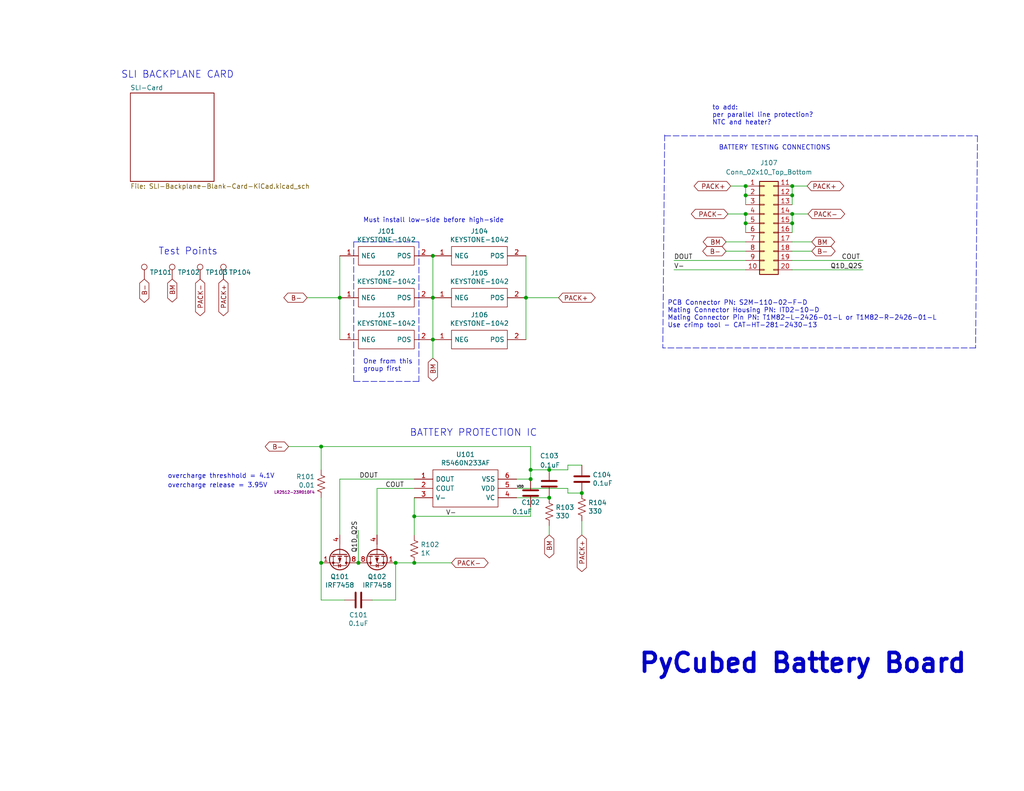
<source format=kicad_sch>
(kicad_sch (version 20211123) (generator eeschema)

  (uuid 0351df45-d042-41d4-ba35-88092c7be2fc)

  (paper "USLetter")

  (title_block
    (title "PyCubed Battery Board")
    (date "2021-03-07")
    (rev "v01b")
    (company "Max Holliday")
  )

  (lib_symbols
    (symbol "Connector:TestPoint" (pin_numbers hide) (pin_names (offset 0.762) hide) (in_bom yes) (on_board yes)
      (property "Reference" "TP" (id 0) (at 0 6.858 0)
        (effects (font (size 1.27 1.27)))
      )
      (property "Value" "TestPoint" (id 1) (at 0 5.08 0)
        (effects (font (size 1.27 1.27)))
      )
      (property "Footprint" "" (id 2) (at 5.08 0 0)
        (effects (font (size 1.27 1.27)) hide)
      )
      (property "Datasheet" "~" (id 3) (at 5.08 0 0)
        (effects (font (size 1.27 1.27)) hide)
      )
      (property "ki_keywords" "test point tp" (id 4) (at 0 0 0)
        (effects (font (size 1.27 1.27)) hide)
      )
      (property "ki_description" "test point" (id 5) (at 0 0 0)
        (effects (font (size 1.27 1.27)) hide)
      )
      (property "ki_fp_filters" "Pin* Test*" (id 6) (at 0 0 0)
        (effects (font (size 1.27 1.27)) hide)
      )
      (symbol "TestPoint_0_1"
        (circle (center 0 3.302) (radius 0.762)
          (stroke (width 0) (type default) (color 0 0 0 0))
          (fill (type none))
        )
      )
      (symbol "TestPoint_1_1"
        (pin passive line (at 0 0 90) (length 2.54)
          (name "1" (effects (font (size 1.27 1.27))))
          (number "1" (effects (font (size 1.27 1.27))))
        )
      )
    )
    (symbol "Connector_Generic:Conn_02x10_Top_Bottom" (pin_names (offset 1.016) hide) (in_bom yes) (on_board yes)
      (property "Reference" "J" (id 0) (at 1.27 12.7 0)
        (effects (font (size 1.27 1.27)))
      )
      (property "Value" "Conn_02x10_Top_Bottom" (id 1) (at 1.27 -15.24 0)
        (effects (font (size 1.27 1.27)))
      )
      (property "Footprint" "" (id 2) (at 0 0 0)
        (effects (font (size 1.27 1.27)) hide)
      )
      (property "Datasheet" "~" (id 3) (at 0 0 0)
        (effects (font (size 1.27 1.27)) hide)
      )
      (property "ki_keywords" "connector" (id 4) (at 0 0 0)
        (effects (font (size 1.27 1.27)) hide)
      )
      (property "ki_description" "Generic connector, double row, 02x10, top/bottom pin numbering scheme (row 1: 1...pins_per_row, row2: pins_per_row+1 ... num_pins), script generated (kicad-library-utils/schlib/autogen/connector/)" (id 5) (at 0 0 0)
        (effects (font (size 1.27 1.27)) hide)
      )
      (property "ki_fp_filters" "Connector*:*_2x??_*" (id 6) (at 0 0 0)
        (effects (font (size 1.27 1.27)) hide)
      )
      (symbol "Conn_02x10_Top_Bottom_1_1"
        (rectangle (start -1.27 -12.573) (end 0 -12.827)
          (stroke (width 0.1524) (type default) (color 0 0 0 0))
          (fill (type none))
        )
        (rectangle (start -1.27 -10.033) (end 0 -10.287)
          (stroke (width 0.1524) (type default) (color 0 0 0 0))
          (fill (type none))
        )
        (rectangle (start -1.27 -7.493) (end 0 -7.747)
          (stroke (width 0.1524) (type default) (color 0 0 0 0))
          (fill (type none))
        )
        (rectangle (start -1.27 -4.953) (end 0 -5.207)
          (stroke (width 0.1524) (type default) (color 0 0 0 0))
          (fill (type none))
        )
        (rectangle (start -1.27 -2.413) (end 0 -2.667)
          (stroke (width 0.1524) (type default) (color 0 0 0 0))
          (fill (type none))
        )
        (rectangle (start -1.27 0.127) (end 0 -0.127)
          (stroke (width 0.1524) (type default) (color 0 0 0 0))
          (fill (type none))
        )
        (rectangle (start -1.27 2.667) (end 0 2.413)
          (stroke (width 0.1524) (type default) (color 0 0 0 0))
          (fill (type none))
        )
        (rectangle (start -1.27 5.207) (end 0 4.953)
          (stroke (width 0.1524) (type default) (color 0 0 0 0))
          (fill (type none))
        )
        (rectangle (start -1.27 7.747) (end 0 7.493)
          (stroke (width 0.1524) (type default) (color 0 0 0 0))
          (fill (type none))
        )
        (rectangle (start -1.27 10.287) (end 0 10.033)
          (stroke (width 0.1524) (type default) (color 0 0 0 0))
          (fill (type none))
        )
        (rectangle (start -1.27 11.43) (end 3.81 -13.97)
          (stroke (width 0.254) (type default) (color 0 0 0 0))
          (fill (type background))
        )
        (rectangle (start 3.81 -12.573) (end 2.54 -12.827)
          (stroke (width 0.1524) (type default) (color 0 0 0 0))
          (fill (type none))
        )
        (rectangle (start 3.81 -10.033) (end 2.54 -10.287)
          (stroke (width 0.1524) (type default) (color 0 0 0 0))
          (fill (type none))
        )
        (rectangle (start 3.81 -7.493) (end 2.54 -7.747)
          (stroke (width 0.1524) (type default) (color 0 0 0 0))
          (fill (type none))
        )
        (rectangle (start 3.81 -4.953) (end 2.54 -5.207)
          (stroke (width 0.1524) (type default) (color 0 0 0 0))
          (fill (type none))
        )
        (rectangle (start 3.81 -2.413) (end 2.54 -2.667)
          (stroke (width 0.1524) (type default) (color 0 0 0 0))
          (fill (type none))
        )
        (rectangle (start 3.81 0.127) (end 2.54 -0.127)
          (stroke (width 0.1524) (type default) (color 0 0 0 0))
          (fill (type none))
        )
        (rectangle (start 3.81 2.667) (end 2.54 2.413)
          (stroke (width 0.1524) (type default) (color 0 0 0 0))
          (fill (type none))
        )
        (rectangle (start 3.81 5.207) (end 2.54 4.953)
          (stroke (width 0.1524) (type default) (color 0 0 0 0))
          (fill (type none))
        )
        (rectangle (start 3.81 7.747) (end 2.54 7.493)
          (stroke (width 0.1524) (type default) (color 0 0 0 0))
          (fill (type none))
        )
        (rectangle (start 3.81 10.287) (end 2.54 10.033)
          (stroke (width 0.1524) (type default) (color 0 0 0 0))
          (fill (type none))
        )
        (pin passive line (at -5.08 10.16 0) (length 3.81)
          (name "Pin_1" (effects (font (size 1.27 1.27))))
          (number "1" (effects (font (size 1.27 1.27))))
        )
        (pin passive line (at -5.08 -12.7 0) (length 3.81)
          (name "Pin_10" (effects (font (size 1.27 1.27))))
          (number "10" (effects (font (size 1.27 1.27))))
        )
        (pin passive line (at 7.62 10.16 180) (length 3.81)
          (name "Pin_11" (effects (font (size 1.27 1.27))))
          (number "11" (effects (font (size 1.27 1.27))))
        )
        (pin passive line (at 7.62 7.62 180) (length 3.81)
          (name "Pin_12" (effects (font (size 1.27 1.27))))
          (number "12" (effects (font (size 1.27 1.27))))
        )
        (pin passive line (at 7.62 5.08 180) (length 3.81)
          (name "Pin_13" (effects (font (size 1.27 1.27))))
          (number "13" (effects (font (size 1.27 1.27))))
        )
        (pin passive line (at 7.62 2.54 180) (length 3.81)
          (name "Pin_14" (effects (font (size 1.27 1.27))))
          (number "14" (effects (font (size 1.27 1.27))))
        )
        (pin passive line (at 7.62 0 180) (length 3.81)
          (name "Pin_15" (effects (font (size 1.27 1.27))))
          (number "15" (effects (font (size 1.27 1.27))))
        )
        (pin passive line (at 7.62 -2.54 180) (length 3.81)
          (name "Pin_16" (effects (font (size 1.27 1.27))))
          (number "16" (effects (font (size 1.27 1.27))))
        )
        (pin passive line (at 7.62 -5.08 180) (length 3.81)
          (name "Pin_17" (effects (font (size 1.27 1.27))))
          (number "17" (effects (font (size 1.27 1.27))))
        )
        (pin passive line (at 7.62 -7.62 180) (length 3.81)
          (name "Pin_18" (effects (font (size 1.27 1.27))))
          (number "18" (effects (font (size 1.27 1.27))))
        )
        (pin passive line (at 7.62 -10.16 180) (length 3.81)
          (name "Pin_19" (effects (font (size 1.27 1.27))))
          (number "19" (effects (font (size 1.27 1.27))))
        )
        (pin passive line (at -5.08 7.62 0) (length 3.81)
          (name "Pin_2" (effects (font (size 1.27 1.27))))
          (number "2" (effects (font (size 1.27 1.27))))
        )
        (pin passive line (at 7.62 -12.7 180) (length 3.81)
          (name "Pin_20" (effects (font (size 1.27 1.27))))
          (number "20" (effects (font (size 1.27 1.27))))
        )
        (pin passive line (at -5.08 5.08 0) (length 3.81)
          (name "Pin_3" (effects (font (size 1.27 1.27))))
          (number "3" (effects (font (size 1.27 1.27))))
        )
        (pin passive line (at -5.08 2.54 0) (length 3.81)
          (name "Pin_4" (effects (font (size 1.27 1.27))))
          (number "4" (effects (font (size 1.27 1.27))))
        )
        (pin passive line (at -5.08 0 0) (length 3.81)
          (name "Pin_5" (effects (font (size 1.27 1.27))))
          (number "5" (effects (font (size 1.27 1.27))))
        )
        (pin passive line (at -5.08 -2.54 0) (length 3.81)
          (name "Pin_6" (effects (font (size 1.27 1.27))))
          (number "6" (effects (font (size 1.27 1.27))))
        )
        (pin passive line (at -5.08 -5.08 0) (length 3.81)
          (name "Pin_7" (effects (font (size 1.27 1.27))))
          (number "7" (effects (font (size 1.27 1.27))))
        )
        (pin passive line (at -5.08 -7.62 0) (length 3.81)
          (name "Pin_8" (effects (font (size 1.27 1.27))))
          (number "8" (effects (font (size 1.27 1.27))))
        )
        (pin passive line (at -5.08 -10.16 0) (length 3.81)
          (name "Pin_9" (effects (font (size 1.27 1.27))))
          (number "9" (effects (font (size 1.27 1.27))))
        )
      )
    )
    (symbol "Device:C" (pin_numbers hide) (pin_names (offset 0.254)) (in_bom yes) (on_board yes)
      (property "Reference" "C" (id 0) (at 0.635 2.54 0)
        (effects (font (size 1.27 1.27)) (justify left))
      )
      (property "Value" "C" (id 1) (at 0.635 -2.54 0)
        (effects (font (size 1.27 1.27)) (justify left))
      )
      (property "Footprint" "" (id 2) (at 0.9652 -3.81 0)
        (effects (font (size 1.27 1.27)) hide)
      )
      (property "Datasheet" "~" (id 3) (at 0 0 0)
        (effects (font (size 1.27 1.27)) hide)
      )
      (property "ki_keywords" "cap capacitor" (id 4) (at 0 0 0)
        (effects (font (size 1.27 1.27)) hide)
      )
      (property "ki_description" "Unpolarized capacitor" (id 5) (at 0 0 0)
        (effects (font (size 1.27 1.27)) hide)
      )
      (property "ki_fp_filters" "C_*" (id 6) (at 0 0 0)
        (effects (font (size 1.27 1.27)) hide)
      )
      (symbol "C_0_1"
        (polyline
          (pts
            (xy -2.032 -0.762)
            (xy 2.032 -0.762)
          )
          (stroke (width 0.508) (type default) (color 0 0 0 0))
          (fill (type none))
        )
        (polyline
          (pts
            (xy -2.032 0.762)
            (xy 2.032 0.762)
          )
          (stroke (width 0.508) (type default) (color 0 0 0 0))
          (fill (type none))
        )
      )
      (symbol "C_1_1"
        (pin passive line (at 0 3.81 270) (length 2.794)
          (name "~" (effects (font (size 1.27 1.27))))
          (number "1" (effects (font (size 1.27 1.27))))
        )
        (pin passive line (at 0 -3.81 90) (length 2.794)
          (name "~" (effects (font (size 1.27 1.27))))
          (number "2" (effects (font (size 1.27 1.27))))
        )
      )
    )
    (symbol "Device:R_US" (pin_numbers hide) (pin_names (offset 0)) (in_bom yes) (on_board yes)
      (property "Reference" "R" (id 0) (at 2.54 0 90)
        (effects (font (size 1.27 1.27)))
      )
      (property "Value" "R_US" (id 1) (at -2.54 0 90)
        (effects (font (size 1.27 1.27)))
      )
      (property "Footprint" "" (id 2) (at 1.016 -0.254 90)
        (effects (font (size 1.27 1.27)) hide)
      )
      (property "Datasheet" "~" (id 3) (at 0 0 0)
        (effects (font (size 1.27 1.27)) hide)
      )
      (property "ki_keywords" "R res resistor" (id 4) (at 0 0 0)
        (effects (font (size 1.27 1.27)) hide)
      )
      (property "ki_description" "Resistor, US symbol" (id 5) (at 0 0 0)
        (effects (font (size 1.27 1.27)) hide)
      )
      (property "ki_fp_filters" "R_*" (id 6) (at 0 0 0)
        (effects (font (size 1.27 1.27)) hide)
      )
      (symbol "R_US_0_1"
        (polyline
          (pts
            (xy 0 -2.286)
            (xy 0 -2.54)
          )
          (stroke (width 0) (type default) (color 0 0 0 0))
          (fill (type none))
        )
        (polyline
          (pts
            (xy 0 2.286)
            (xy 0 2.54)
          )
          (stroke (width 0) (type default) (color 0 0 0 0))
          (fill (type none))
        )
        (polyline
          (pts
            (xy 0 -0.762)
            (xy 1.016 -1.143)
            (xy 0 -1.524)
            (xy -1.016 -1.905)
            (xy 0 -2.286)
          )
          (stroke (width 0) (type default) (color 0 0 0 0))
          (fill (type none))
        )
        (polyline
          (pts
            (xy 0 0.762)
            (xy 1.016 0.381)
            (xy 0 0)
            (xy -1.016 -0.381)
            (xy 0 -0.762)
          )
          (stroke (width 0) (type default) (color 0 0 0 0))
          (fill (type none))
        )
        (polyline
          (pts
            (xy 0 2.286)
            (xy 1.016 1.905)
            (xy 0 1.524)
            (xy -1.016 1.143)
            (xy 0 0.762)
          )
          (stroke (width 0) (type default) (color 0 0 0 0))
          (fill (type none))
        )
      )
      (symbol "R_US_1_1"
        (pin passive line (at 0 3.81 270) (length 1.27)
          (name "~" (effects (font (size 1.27 1.27))))
          (number "1" (effects (font (size 1.27 1.27))))
        )
        (pin passive line (at 0 -3.81 90) (length 1.27)
          (name "~" (effects (font (size 1.27 1.27))))
          (number "2" (effects (font (size 1.27 1.27))))
        )
      )
    )
    (symbol "Transistor_FET:IRF7404" (pin_names hide) (in_bom yes) (on_board yes)
      (property "Reference" "Q" (id 0) (at 5.08 1.905 0)
        (effects (font (size 1.27 1.27)) (justify left))
      )
      (property "Value" "IRF7404" (id 1) (at 5.08 0 0)
        (effects (font (size 1.27 1.27)) (justify left))
      )
      (property "Footprint" "Package_SO:SOIC-8_3.9x4.9mm_P1.27mm" (id 2) (at 5.08 -1.905 0)
        (effects (font (size 1.27 1.27) italic) (justify left) hide)
      )
      (property "Datasheet" "http://www.infineon.com/dgdl/irf7404.pdf?fileId=5546d462533600a4015355fa2b5b1b9e" (id 3) (at 0 0 90)
        (effects (font (size 1.27 1.27)) (justify left) hide)
      )
      (property "ki_keywords" "P-Channel MOSFET" (id 4) (at 0 0 0)
        (effects (font (size 1.27 1.27)) hide)
      )
      (property "ki_description" "-6.7A Id, -20V Vds, P-Channel HEXFET Power MOSFET, SO-8" (id 5) (at 0 0 0)
        (effects (font (size 1.27 1.27)) hide)
      )
      (property "ki_fp_filters" "SOIC*3.9x4.9mm*P1.27mm*" (id 6) (at 0 0 0)
        (effects (font (size 1.27 1.27)) hide)
      )
      (symbol "IRF7404_0_1"
        (polyline
          (pts
            (xy 0.254 0)
            (xy -2.54 0)
          )
          (stroke (width 0) (type default) (color 0 0 0 0))
          (fill (type none))
        )
        (polyline
          (pts
            (xy 0.254 1.905)
            (xy 0.254 -1.905)
          )
          (stroke (width 0.254) (type default) (color 0 0 0 0))
          (fill (type none))
        )
        (polyline
          (pts
            (xy 0.762 -1.27)
            (xy 0.762 -2.286)
          )
          (stroke (width 0.254) (type default) (color 0 0 0 0))
          (fill (type none))
        )
        (polyline
          (pts
            (xy 0.762 0.508)
            (xy 0.762 -0.508)
          )
          (stroke (width 0.254) (type default) (color 0 0 0 0))
          (fill (type none))
        )
        (polyline
          (pts
            (xy 0.762 2.286)
            (xy 0.762 1.27)
          )
          (stroke (width 0.254) (type default) (color 0 0 0 0))
          (fill (type none))
        )
        (polyline
          (pts
            (xy 2.54 2.54)
            (xy 2.54 1.778)
          )
          (stroke (width 0) (type default) (color 0 0 0 0))
          (fill (type none))
        )
        (polyline
          (pts
            (xy 2.54 -2.54)
            (xy 2.54 0)
            (xy 0.762 0)
          )
          (stroke (width 0) (type default) (color 0 0 0 0))
          (fill (type none))
        )
        (polyline
          (pts
            (xy 0.762 1.778)
            (xy 3.302 1.778)
            (xy 3.302 -1.778)
            (xy 0.762 -1.778)
          )
          (stroke (width 0) (type default) (color 0 0 0 0))
          (fill (type none))
        )
        (polyline
          (pts
            (xy 2.286 0)
            (xy 1.27 0.381)
            (xy 1.27 -0.381)
            (xy 2.286 0)
          )
          (stroke (width 0) (type default) (color 0 0 0 0))
          (fill (type outline))
        )
        (polyline
          (pts
            (xy 2.794 -0.508)
            (xy 2.921 -0.381)
            (xy 3.683 -0.381)
            (xy 3.81 -0.254)
          )
          (stroke (width 0) (type default) (color 0 0 0 0))
          (fill (type none))
        )
        (polyline
          (pts
            (xy 3.302 -0.381)
            (xy 2.921 0.254)
            (xy 3.683 0.254)
            (xy 3.302 -0.381)
          )
          (stroke (width 0) (type default) (color 0 0 0 0))
          (fill (type none))
        )
        (circle (center 1.651 0) (radius 2.794)
          (stroke (width 0.254) (type default) (color 0 0 0 0))
          (fill (type none))
        )
        (circle (center 2.54 -1.778) (radius 0.254)
          (stroke (width 0) (type default) (color 0 0 0 0))
          (fill (type outline))
        )
        (circle (center 2.54 1.778) (radius 0.254)
          (stroke (width 0) (type default) (color 0 0 0 0))
          (fill (type outline))
        )
      )
      (symbol "IRF7404_1_1"
        (pin passive line (at 2.54 -5.08 90) (length 2.54)
          (name "S" (effects (font (size 1.27 1.27))))
          (number "1" (effects (font (size 1.27 1.27))))
        )
        (pin passive line (at 2.54 -5.08 90) (length 2.54) hide
          (name "S" (effects (font (size 1.27 1.27))))
          (number "2" (effects (font (size 1.27 1.27))))
        )
        (pin passive line (at 2.54 -5.08 90) (length 2.54) hide
          (name "S" (effects (font (size 1.27 1.27))))
          (number "3" (effects (font (size 1.27 1.27))))
        )
        (pin passive line (at -5.08 0 0) (length 2.54)
          (name "G" (effects (font (size 1.27 1.27))))
          (number "4" (effects (font (size 1.27 1.27))))
        )
        (pin passive line (at 2.54 5.08 270) (length 2.54) hide
          (name "D" (effects (font (size 1.27 1.27))))
          (number "5" (effects (font (size 1.27 1.27))))
        )
        (pin passive line (at 2.54 5.08 270) (length 2.54) hide
          (name "D" (effects (font (size 1.27 1.27))))
          (number "6" (effects (font (size 1.27 1.27))))
        )
        (pin passive line (at 2.54 5.08 270) (length 2.54) hide
          (name "D" (effects (font (size 1.27 1.27))))
          (number "7" (effects (font (size 1.27 1.27))))
        )
        (pin passive line (at 2.54 5.08 270) (length 2.54)
          (name "D" (effects (font (size 1.27 1.27))))
          (number "8" (effects (font (size 1.27 1.27))))
        )
      )
    )
    (symbol "batteryboard-rescue:1042-symbols" (pin_names (offset 0.762)) (in_bom yes) (on_board yes)
      (property "Reference" "J" (id 0) (at 11.43 6.35 0)
        (effects (font (size 1.27 1.27)) (justify left))
      )
      (property "Value" "batteryboard-rescue_1042-symbols" (id 1) (at 10.16 3.81 0)
        (effects (font (size 1.27 1.27)) (justify left))
      )
      (property "Footprint" "custom-footprints:KEYSTONE-1042" (id 2) (at 21.59 2.54 0)
        (effects (font (size 1.27 1.27)) (justify left) hide)
      )
      (property "Datasheet" "" (id 3) (at 21.59 0 0)
        (effects (font (size 1.27 1.27)) (justify left) hide)
      )
      (property "Description" "Cylindrical Battery Contacts, Clips, Holders & Springs 18650 S/M PC BATTERY HOLDER" (id 4) (at 21.59 -2.54 0)
        (effects (font (size 1.27 1.27)) (justify left) hide)
      )
      (property "Manufacturer_Name" "Keystone Electronics" (id 5) (at 21.59 -7.62 0)
        (effects (font (size 1.27 1.27)) (justify left) hide)
      )
      (property "Manufacturer_Part_Number" "1042" (id 6) (at 21.59 -10.16 0)
        (effects (font (size 1.27 1.27)) (justify left) hide)
      )
      (property "Mouser Part Number" "534-1042" (id 7) (at 21.59 -12.7 0)
        (effects (font (size 1.27 1.27)) (justify left) hide)
      )
      (property "Mouser Price/Stock" "https://www.mouser.com/Search/Refine.aspx?Keyword=534-1042" (id 8) (at 21.59 -15.24 0)
        (effects (font (size 1.27 1.27)) (justify left) hide)
      )
      (symbol "1042-symbols_0_0"
        (pin unspecified line (at 0 0 0) (length 5.08)
          (name "NEG" (effects (font (size 1.27 1.27))))
          (number "1" (effects (font (size 1.27 1.27))))
        )
        (pin unspecified line (at 25.4 0 180) (length 5.08)
          (name "POS" (effects (font (size 1.27 1.27))))
          (number "2" (effects (font (size 1.27 1.27))))
        )
      )
      (symbol "1042-symbols_0_1"
        (polyline
          (pts
            (xy 5.08 2.54)
            (xy 20.32 2.54)
            (xy 20.32 -2.54)
            (xy 5.08 -2.54)
            (xy 5.08 2.54)
          )
          (stroke (width 0.1524) (type default) (color 0 0 0 0))
          (fill (type none))
        )
      )
    )
    (symbol "batteryboard-rescue:R5460N233AF-symbols" (pin_names (offset 0.762)) (in_bom yes) (on_board yes)
      (property "Reference" "U" (id 0) (at 12.7 3.81 0)
        (effects (font (size 1.27 1.27)) (justify left))
      )
      (property "Value" "batteryboard-rescue_R5460N233AF-symbols" (id 1) (at 7.62 -8.89 0)
        (effects (font (size 1.27 1.27)) (justify left))
      )
      (property "Footprint" "SOT95P280X130-6N" (id 2) (at 24.13 2.54 0)
        (effects (font (size 1.27 1.27)) (justify left) hide)
      )
      (property "Datasheet" "http://www.mouser.com/datasheet/2/792/r5460-e-1085730.pdf" (id 3) (at 24.13 0 0)
        (effects (font (size 1.27 1.27)) (justify left) hide)
      )
      (property "Description" "Battery Management 2-Cell Li-ion Protection IC" (id 4) (at 24.13 -2.54 0)
        (effects (font (size 1.27 1.27)) (justify left) hide)
      )
      (property "Height" "1.3" (id 5) (at 24.13 -5.08 0)
        (effects (font (size 1.27 1.27)) (justify left) hide)
      )
      (property "Manufacturer_Name" "Ricoh Electronic Devices Company" (id 6) (at 24.13 -7.62 0)
        (effects (font (size 1.27 1.27)) (justify left) hide)
      )
      (property "Manufacturer_Part_Number" "R5460N233AF-TR-FE" (id 7) (at 24.13 -10.16 0)
        (effects (font (size 1.27 1.27)) (justify left) hide)
      )
      (property "Mouser Part Number" "848-R5460N233AFTRFE" (id 8) (at 24.13 -12.7 0)
        (effects (font (size 1.27 1.27)) (justify left) hide)
      )
      (property "Mouser Price/Stock" "https://www.mouser.com/Search/Refine.aspx?Keyword=848-R5460N233AFTRFE" (id 9) (at 24.13 -15.24 0)
        (effects (font (size 1.27 1.27)) (justify left) hide)
      )
      (symbol "R5460N233AF-symbols_0_0"
        (pin unspecified line (at 0 0 0) (length 5.08)
          (name "DOUT" (effects (font (size 1.27 1.27))))
          (number "1" (effects (font (size 1.27 1.27))))
        )
        (pin unspecified line (at 0 -2.54 0) (length 5.08)
          (name "COUT" (effects (font (size 1.27 1.27))))
          (number "2" (effects (font (size 1.27 1.27))))
        )
        (pin unspecified line (at 0 -5.08 0) (length 5.08)
          (name "V-" (effects (font (size 1.27 1.27))))
          (number "3" (effects (font (size 1.27 1.27))))
        )
        (pin unspecified line (at 27.94 -5.08 180) (length 5.08)
          (name "VC" (effects (font (size 1.27 1.27))))
          (number "4" (effects (font (size 1.27 1.27))))
        )
        (pin unspecified line (at 27.94 -2.54 180) (length 5.08)
          (name "VDD" (effects (font (size 1.27 1.27))))
          (number "5" (effects (font (size 1.27 1.27))))
        )
        (pin unspecified line (at 27.94 0 180) (length 5.08)
          (name "VSS" (effects (font (size 1.27 1.27))))
          (number "6" (effects (font (size 1.27 1.27))))
        )
      )
      (symbol "R5460N233AF-symbols_0_1"
        (polyline
          (pts
            (xy 5.08 2.54)
            (xy 22.86 2.54)
            (xy 22.86 -7.62)
            (xy 5.08 -7.62)
            (xy 5.08 2.54)
          )
          (stroke (width 0.1524) (type default) (color 0 0 0 0))
          (fill (type none))
        )
      )
    )
  )

  (junction (at 118.11 92.71) (diameter 0) (color 0 0 0 0)
    (uuid 097edb1b-8998-4e70-b670-bba125982348)
  )
  (junction (at 158.75 134.62) (diameter 0) (color 0 0 0 0)
    (uuid 099096e4-8c2a-4d84-a16f-06b4b6330e7a)
  )
  (junction (at 107.95 153.67) (diameter 0) (color 0 0 0 0)
    (uuid 0e1ed1c5-7428-4dc7-b76e-49b2d5f8177d)
  )
  (junction (at 113.03 140.97) (diameter 0) (color 0 0 0 0)
    (uuid 14c51520-6d91-4098-a59a-5121f2a898f7)
  )
  (junction (at 87.63 121.92) (diameter 0) (color 0 0 0 0)
    (uuid 240e5dac-6242-47a5-bbef-f76d11c715c0)
  )
  (junction (at 203.454 53.34) (diameter 0) (color 0 0 0 0)
    (uuid 2c6c5ca8-2aac-4970-932d-7c748f451587)
  )
  (junction (at 113.03 153.67) (diameter 0) (color 0 0 0 0)
    (uuid 2d67a417-188f-4014-9282-000265d80009)
  )
  (junction (at 118.11 81.28) (diameter 0) (color 0 0 0 0)
    (uuid 477311b9-8f81-40c8-9c55-fd87e287247a)
  )
  (junction (at 216.154 53.34) (diameter 0) (color 0 0 0 0)
    (uuid 4d7c0100-141e-4f95-a9f0-7ccda43955b6)
  )
  (junction (at 144.78 130.81) (diameter 0) (color 0 0 0 0)
    (uuid 6284122b-79c3-4e04-925e-3d32cc3ec077)
  )
  (junction (at 144.78 128.27) (diameter 0) (color 0 0 0 0)
    (uuid 67763d19-f622-4e1e-81e5-5b24da7c3f99)
  )
  (junction (at 203.454 58.42) (diameter 0) (color 0 0 0 0)
    (uuid 83b24b95-ecca-4745-af08-4dd75030c957)
  )
  (junction (at 118.11 69.85) (diameter 0) (color 0 0 0 0)
    (uuid 84e5506c-143e-495f-9aa4-d3a71622f213)
  )
  (junction (at 216.154 58.42) (diameter 0) (color 0 0 0 0)
    (uuid 8c7a4860-2f1b-413e-ae5d-57d44467f86a)
  )
  (junction (at 216.154 60.96) (diameter 0) (color 0 0 0 0)
    (uuid 919c4b8c-3de5-4693-82fd-cc237d6822e0)
  )
  (junction (at 143.51 81.28) (diameter 0) (color 0 0 0 0)
    (uuid 994b6220-4755-4d84-91b3-6122ac1c2c5e)
  )
  (junction (at 203.454 60.96) (diameter 0) (color 0 0 0 0)
    (uuid a048d03f-7cb4-4b26-ae0b-8bc0f3e5994b)
  )
  (junction (at 149.86 135.89) (diameter 0) (color 0 0 0 0)
    (uuid a13ab237-8f8d-4e16-8c47-4440653b8534)
  )
  (junction (at 87.63 153.67) (diameter 0) (color 0 0 0 0)
    (uuid aa2ea573-3f20-43c1-aa99-1f9c6031a9aa)
  )
  (junction (at 203.454 50.8) (diameter 0) (color 0 0 0 0)
    (uuid b07c4a75-8b91-4676-a946-091868852fb8)
  )
  (junction (at 149.86 128.27) (diameter 0) (color 0 0 0 0)
    (uuid ca5a4651-0d1d-441b-b17d-01518ef3b656)
  )
  (junction (at 97.79 153.67) (diameter 0) (color 0 0 0 0)
    (uuid d094f671-4cea-4da2-9659-cf054a9e9798)
  )
  (junction (at 216.154 50.8) (diameter 0) (color 0 0 0 0)
    (uuid e4b62e60-8881-4302-a54c-7d987047b57f)
  )
  (junction (at 92.71 81.28) (diameter 0) (color 0 0 0 0)
    (uuid f40d350f-0d3e-4f8a-b004-d950f2f8f1ba)
  )

  (wire (pts (xy 216.154 50.8) (xy 220.218 50.8))
    (stroke (width 0) (type default) (color 0 0 0 0))
    (uuid 001a0253-6ecf-4292-a1f7-0f48edbbd35b)
  )
  (wire (pts (xy 113.03 140.97) (xy 113.03 135.89))
    (stroke (width 0) (type default) (color 0 0 0 0))
    (uuid 101ef598-601d-400e-9ef6-d655fbb1dbfa)
  )
  (wire (pts (xy 198.628 58.42) (xy 203.454 58.42))
    (stroke (width 0) (type default) (color 0 0 0 0))
    (uuid 133aab5b-80c5-4a8f-be2a-847f8349f632)
  )
  (wire (pts (xy 143.51 81.28) (xy 143.51 69.85))
    (stroke (width 0) (type default) (color 0 0 0 0))
    (uuid 15fe8f3d-6077-4e0e-81d0-8ec3f4538981)
  )
  (wire (pts (xy 92.71 81.28) (xy 83.82 81.28))
    (stroke (width 0) (type default) (color 0 0 0 0))
    (uuid 1e518c2a-4cb7-4599-a1fa-5b9f847da7d3)
  )
  (wire (pts (xy 149.86 128.27) (xy 154.94 128.27))
    (stroke (width 0) (type default) (color 0 0 0 0))
    (uuid 20c315f4-1e4f-49aa-8d61-778a7389df7e)
  )
  (wire (pts (xy 154.94 133.35) (xy 154.94 134.62))
    (stroke (width 0) (type default) (color 0 0 0 0))
    (uuid 27d56953-c620-4d5b-9c1c-e48bc3d9684a)
  )
  (polyline (pts (xy 96.52 104.14) (xy 96.52 66.04))
    (stroke (width 0) (type default) (color 0 0 0 0))
    (uuid 29e058a7-50a3-43e5-81c3-bfee53da08be)
  )

  (wire (pts (xy 216.154 60.96) (xy 216.154 63.5))
    (stroke (width 0) (type default) (color 0 0 0 0))
    (uuid 2baa7803-16bd-4e86-a403-ee6c802ee466)
  )
  (polyline (pts (xy 181.356 36.83) (xy 180.848 94.996))
    (stroke (width 0) (type default) (color 0 0 0 0))
    (uuid 32bdab85-8f5a-478e-b799-c8787e63a296)
  )

  (wire (pts (xy 87.63 121.92) (xy 87.63 128.27))
    (stroke (width 0) (type default) (color 0 0 0 0))
    (uuid 34a74736-156e-4bf3-9200-cd137cfa59da)
  )
  (wire (pts (xy 123.19 153.67) (xy 113.03 153.67))
    (stroke (width 0) (type default) (color 0 0 0 0))
    (uuid 35a9f71f-ba35-47f6-814e-4106ac36c51e)
  )
  (wire (pts (xy 92.71 130.81) (xy 113.03 130.81))
    (stroke (width 0) (type default) (color 0 0 0 0))
    (uuid 3a52f112-cb97-43db-aaeb-20afe27664d7)
  )
  (polyline (pts (xy 96.52 66.04) (xy 114.3 66.04))
    (stroke (width 0) (type default) (color 0 0 0 0))
    (uuid 3fd54105-4b7e-4004-9801-76ec66108a22)
  )

  (wire (pts (xy 92.71 92.71) (xy 92.71 81.28))
    (stroke (width 0) (type default) (color 0 0 0 0))
    (uuid 41acfe41-fac7-432a-a7a3-946566e2d504)
  )
  (polyline (pts (xy 266.7 37.084) (xy 266.192 94.996))
    (stroke (width 0) (type default) (color 0 0 0 0))
    (uuid 54cf3176-99b4-48f0-a8ea-bc6a3122d463)
  )

  (wire (pts (xy 118.11 92.71) (xy 118.11 97.79))
    (stroke (width 0) (type default) (color 0 0 0 0))
    (uuid 5b34a16c-5a14-4291-8242-ea6d6ac54372)
  )
  (polyline (pts (xy 114.3 66.04) (xy 114.3 104.14))
    (stroke (width 0) (type default) (color 0 0 0 0))
    (uuid 5cf2db29-f7ab-499a-9907-cdeba64bf0f3)
  )

  (wire (pts (xy 92.71 81.28) (xy 92.71 69.85))
    (stroke (width 0) (type default) (color 0 0 0 0))
    (uuid 644ae9fc-3c8e-4089-866e-a12bf371c3e9)
  )
  (wire (pts (xy 102.87 133.35) (xy 102.87 146.05))
    (stroke (width 0) (type default) (color 0 0 0 0))
    (uuid 65134029-dbd2-409a-85a8-13c2a33ff019)
  )
  (wire (pts (xy 118.11 69.85) (xy 118.11 81.28))
    (stroke (width 0) (type default) (color 0 0 0 0))
    (uuid 6781326c-6e0d-4753-8f28-0f5c687e01f9)
  )
  (wire (pts (xy 216.154 58.42) (xy 216.154 60.96))
    (stroke (width 0) (type default) (color 0 0 0 0))
    (uuid 690e71e7-b3f7-4ea5-ad6b-e8a4116527c9)
  )
  (wire (pts (xy 158.75 146.05) (xy 158.75 142.24))
    (stroke (width 0) (type default) (color 0 0 0 0))
    (uuid 6fd4442e-30b3-428b-9306-61418a63d311)
  )
  (polyline (pts (xy 266.192 94.996) (xy 180.848 94.996))
    (stroke (width 0) (type default) (color 0 0 0 0))
    (uuid 7218ea08-8cb1-4352-ae99-65628d28d748)
  )

  (wire (pts (xy 198.12 68.58) (xy 203.454 68.58))
    (stroke (width 0) (type default) (color 0 0 0 0))
    (uuid 737c4640-376d-4691-9a4b-1366300cb1b9)
  )
  (wire (pts (xy 199.39 50.8) (xy 203.454 50.8))
    (stroke (width 0) (type default) (color 0 0 0 0))
    (uuid 7585e4ed-726c-4095-acb8-251e5828b73b)
  )
  (wire (pts (xy 144.78 140.97) (xy 113.03 140.97))
    (stroke (width 0) (type default) (color 0 0 0 0))
    (uuid 7a4ce4b3-518a-4819-b8b2-5127b3347c64)
  )
  (wire (pts (xy 203.454 50.8) (xy 203.454 53.34))
    (stroke (width 0) (type default) (color 0 0 0 0))
    (uuid 7d1e094b-500c-4121-b093-55fb8248793d)
  )
  (wire (pts (xy 149.86 146.05) (xy 149.86 143.51))
    (stroke (width 0) (type default) (color 0 0 0 0))
    (uuid 7e0a03ae-d054-4f76-a131-5c09b8dc1636)
  )
  (wire (pts (xy 102.87 133.35) (xy 113.03 133.35))
    (stroke (width 0) (type default) (color 0 0 0 0))
    (uuid 7f2301df-e4bc-479e-a681-cc59c9a2dbbb)
  )
  (wire (pts (xy 107.95 163.83) (xy 107.95 153.67))
    (stroke (width 0) (type default) (color 0 0 0 0))
    (uuid 7f52d787-caa3-4a92-b1b2-19d554dc29a4)
  )
  (wire (pts (xy 93.98 163.83) (xy 87.63 163.83))
    (stroke (width 0) (type default) (color 0 0 0 0))
    (uuid 8087f566-a94d-4bbc-985b-e49ee7762296)
  )
  (wire (pts (xy 143.51 81.28) (xy 152.4 81.28))
    (stroke (width 0) (type default) (color 0 0 0 0))
    (uuid 814763c2-92e5-4a2c-941c-9bbd073f6e87)
  )
  (wire (pts (xy 216.154 50.8) (xy 216.154 53.34))
    (stroke (width 0) (type default) (color 0 0 0 0))
    (uuid 81fc7c95-3729-407f-8cd3-67ddcb31068d)
  )
  (wire (pts (xy 144.78 121.92) (xy 87.63 121.92))
    (stroke (width 0) (type default) (color 0 0 0 0))
    (uuid 82be7aae-5d06-4178-8c3e-98760c41b054)
  )
  (wire (pts (xy 87.63 121.92) (xy 78.74 121.92))
    (stroke (width 0) (type default) (color 0 0 0 0))
    (uuid 87d7448e-e139-4209-ae0b-372f805267da)
  )
  (wire (pts (xy 203.454 53.34) (xy 203.454 55.88))
    (stroke (width 0) (type default) (color 0 0 0 0))
    (uuid 87fb2796-88d8-4a13-b7a6-da028e742dfd)
  )
  (wire (pts (xy 154.94 134.62) (xy 158.75 134.62))
    (stroke (width 0) (type default) (color 0 0 0 0))
    (uuid 8d0c1d66-35ef-4a53-a28f-436a11b54f42)
  )
  (wire (pts (xy 154.94 128.27) (xy 154.94 127))
    (stroke (width 0) (type default) (color 0 0 0 0))
    (uuid 9193c41e-d425-447d-b95c-6986d66ea01c)
  )
  (wire (pts (xy 216.154 73.66) (xy 235.458 73.66))
    (stroke (width 0) (type default) (color 0 0 0 0))
    (uuid 968b4c94-5024-4061-90c9-fbc5af5432d1)
  )
  (wire (pts (xy 101.6 163.83) (xy 107.95 163.83))
    (stroke (width 0) (type default) (color 0 0 0 0))
    (uuid 98c78427-acd5-4f90-9ad6-9f61c4809aec)
  )
  (wire (pts (xy 216.154 71.12) (xy 235.458 71.12))
    (stroke (width 0) (type default) (color 0 0 0 0))
    (uuid 996b57ff-6e9c-4628-b1d5-2b1dbee94973)
  )
  (wire (pts (xy 140.97 133.35) (xy 154.94 133.35))
    (stroke (width 0) (type default) (color 0 0 0 0))
    (uuid 9b3c58a7-a9b9-4498-abc0-f9f43e4f0292)
  )
  (wire (pts (xy 183.896 73.66) (xy 203.454 73.66))
    (stroke (width 0) (type default) (color 0 0 0 0))
    (uuid a3751913-afce-422a-883a-5b44bebbd07c)
  )
  (wire (pts (xy 144.78 128.27) (xy 149.86 128.27))
    (stroke (width 0) (type default) (color 0 0 0 0))
    (uuid a6b7df29-bcf8-46a9-b623-7eaac47f5110)
  )
  (wire (pts (xy 107.95 153.67) (xy 113.03 153.67))
    (stroke (width 0) (type default) (color 0 0 0 0))
    (uuid a8447faf-e0a0-4c4a-ae53-4d4b28669151)
  )
  (wire (pts (xy 203.454 60.96) (xy 203.454 63.5))
    (stroke (width 0) (type default) (color 0 0 0 0))
    (uuid a84704f7-fa69-420e-ac48-743e26c9864d)
  )
  (wire (pts (xy 144.78 138.43) (xy 144.78 140.97))
    (stroke (width 0) (type default) (color 0 0 0 0))
    (uuid a9b3f6e4-7a6d-4ae8-ad28-3d8458e0ca1a)
  )
  (wire (pts (xy 216.154 53.34) (xy 216.154 55.88))
    (stroke (width 0) (type default) (color 0 0 0 0))
    (uuid bf30756e-a873-4123-bb47-68763b6dc902)
  )
  (wire (pts (xy 140.97 130.81) (xy 144.78 130.81))
    (stroke (width 0) (type default) (color 0 0 0 0))
    (uuid c094494a-f6f7-43fc-a007-4951484ddf3a)
  )
  (wire (pts (xy 118.11 81.28) (xy 118.11 92.71))
    (stroke (width 0) (type default) (color 0 0 0 0))
    (uuid c701ee8e-1214-4781-a973-17bef7b6e3eb)
  )
  (wire (pts (xy 113.03 146.05) (xy 113.03 140.97))
    (stroke (width 0) (type default) (color 0 0 0 0))
    (uuid c8029a4c-945d-42ca-871a-dd73ff50a1a3)
  )
  (wire (pts (xy 221.488 68.58) (xy 216.154 68.58))
    (stroke (width 0) (type default) (color 0 0 0 0))
    (uuid c9e37a4b-d256-4bf1-99a6-3962f883bbdb)
  )
  (wire (pts (xy 87.63 153.67) (xy 87.63 135.89))
    (stroke (width 0) (type default) (color 0 0 0 0))
    (uuid d0d2eee9-31f6-44fa-8149-ebb4dc2dc0dc)
  )
  (wire (pts (xy 154.94 127) (xy 158.75 127))
    (stroke (width 0) (type default) (color 0 0 0 0))
    (uuid d6fb27cf-362d-4568-967c-a5bf49d5931b)
  )
  (wire (pts (xy 144.78 128.27) (xy 144.78 130.81))
    (stroke (width 0) (type default) (color 0 0 0 0))
    (uuid d9c6d5d2-0b49-49ba-a970-cd2c32f74c54)
  )
  (wire (pts (xy 144.78 128.27) (xy 144.78 121.92))
    (stroke (width 0) (type default) (color 0 0 0 0))
    (uuid e1535036-5d36-405f-bb86-3819621c4f23)
  )
  (wire (pts (xy 140.97 135.89) (xy 149.86 135.89))
    (stroke (width 0) (type default) (color 0 0 0 0))
    (uuid e40e8cef-4fb0-4fc3-be09-3875b2cc8469)
  )
  (wire (pts (xy 143.51 92.71) (xy 143.51 81.28))
    (stroke (width 0) (type default) (color 0 0 0 0))
    (uuid e65b62be-e01b-4688-a999-1d1be370c4ae)
  )
  (wire (pts (xy 221.488 66.04) (xy 216.154 66.04))
    (stroke (width 0) (type default) (color 0 0 0 0))
    (uuid e7f4b966-a438-4ab3-af9d-3092c39e5a85)
  )
  (wire (pts (xy 198.12 66.04) (xy 203.454 66.04))
    (stroke (width 0) (type default) (color 0 0 0 0))
    (uuid eb9da4b5-6578-414a-a299-07eeb77002c0)
  )
  (wire (pts (xy 87.63 163.83) (xy 87.63 153.67))
    (stroke (width 0) (type default) (color 0 0 0 0))
    (uuid ee41cb8e-512d-41d2-81e1-3c50fff32aeb)
  )
  (wire (pts (xy 92.71 146.05) (xy 92.71 130.81))
    (stroke (width 0) (type default) (color 0 0 0 0))
    (uuid f4eb0267-179f-46c9-b516-9bfb06bac1ba)
  )
  (wire (pts (xy 216.154 58.42) (xy 220.472 58.42))
    (stroke (width 0) (type default) (color 0 0 0 0))
    (uuid f5c23e6c-9fee-419d-b473-9a8fde44104c)
  )
  (wire (pts (xy 183.896 71.12) (xy 203.454 71.12))
    (stroke (width 0) (type default) (color 0 0 0 0))
    (uuid f5d947e0-1a40-4be1-b537-55484539f42b)
  )
  (wire (pts (xy 97.79 144.78) (xy 97.79 153.67))
    (stroke (width 0) (type default) (color 0 0 0 0))
    (uuid f977c2ed-64a0-46b9-a16a-b7b475ac2f02)
  )
  (wire (pts (xy 203.454 58.42) (xy 203.454 60.96))
    (stroke (width 0) (type default) (color 0 0 0 0))
    (uuid f9866fa8-f7d6-498d-85ad-efe41f4566ac)
  )
  (polyline (pts (xy 114.3 104.14) (xy 96.52 104.14))
    (stroke (width 0) (type default) (color 0 0 0 0))
    (uuid feb26ecb-9193-46ea-a41b-d09305bf0a3e)
  )
  (polyline (pts (xy 181.356 37.084) (xy 266.7 37.084))
    (stroke (width 0) (type default) (color 0 0 0 0))
    (uuid ff46fe72-e261-40de-be9c-496f5befebae)
  )

  (text "overcharge release = 3.95V" (at 45.72 133.35 0)
    (effects (font (size 1.27 1.27)) (justify left bottom))
    (uuid 0ce8d3ab-2662-4158-8a2a-18b782908fc5)
  )
  (text "Test Points" (at 43.18 69.85 0)
    (effects (font (size 1.905 1.905)) (justify left bottom))
    (uuid 0e8f7fc0-2ef2-4b90-9c15-8a3a601ee459)
  )
  (text "PCB Connector PN: S2M-110-02-F-D\nMating Connector Housing PN: ITD2-10-D\nMating Connector Pin PN: T1M82-L-2426-01-L or T1M82-R-2426-01-L\nUse crimp tool - CAT-HT-281-2430-13"
    (at 182.118 89.662 0)
    (effects (font (size 1.27 1.27)) (justify left bottom))
    (uuid 11d2d647-8581-421b-acfe-cc325e88f6e4)
  )
  (text "Must install low-side before high-side" (at 99.06 60.96 0)
    (effects (font (size 1.27 1.27)) (justify left bottom))
    (uuid 29195ea4-8218-44a1-b4bf-466bee0082e4)
  )
  (text "SLI BACKPLANE CARD" (at 33.02 21.59 0)
    (effects (font (size 1.905 1.905)) (justify left bottom))
    (uuid 382ca670-6ae8-4de6-90f9-f241d1337171)
  )
  (text "BATTERY TESTING CONNECTIONS" (at 196.088 41.148 0)
    (effects (font (size 1.27 1.27)) (justify left bottom))
    (uuid 7a101771-d790-4952-bf8f-c35fb17bac1f)
  )
  (text "overcharge threshhold = 4.1V" (at 45.72 130.81 0)
    (effects (font (size 1.27 1.27)) (justify left bottom))
    (uuid b0906e10-2fbc-4309-a8b4-6fc4cd1a5490)
  )
  (text "to add:\nper parallel line protection?\nNTC and heater?"
    (at 194.31 34.29 0)
    (effects (font (size 1.27 1.27)) (justify left bottom))
    (uuid c9667181-b3c7-4b01-b8b4-baa29a9aea63)
  )
  (text "BATTERY PROTECTION IC" (at 111.76 119.38 0)
    (effects (font (size 1.905 1.905)) (justify left bottom))
    (uuid cff34251-839c-4da9-a0ad-85d0fc4e32af)
  )
  (text "One from this \ngroup first" (at 99.06 101.6 0)
    (effects (font (size 1.27 1.27)) (justify left bottom))
    (uuid d0fb0864-e79b-4bdc-8e8e-eed0cabe6d56)
  )
  (text "PyCubed Battery Board" (at 173.99 184.15 0)
    (effects (font (size 5.08 5.08) (thickness 1.016) bold) (justify left bottom))
    (uuid d5b800ca-1ab6-4b66-b5f7-2dda5658b504)
  )

  (label "V-" (at 183.896 73.66 0)
    (effects (font (size 1.27 1.27)) (justify left bottom))
    (uuid 122617fb-0568-4a45-a0e8-9468d9ac1f4c)
  )
  (label "DOUT" (at 98.044 130.81 0)
    (effects (font (size 1.27 1.27)) (justify left bottom))
    (uuid 17838b9a-b014-4a97-8fc1-014ede64d6a1)
  )
  (label "V-" (at 121.666 140.97 0)
    (effects (font (size 1.27 1.27)) (justify left bottom))
    (uuid 69818b61-38f1-4c0a-9c59-f8bf38abedb4)
  )
  (label "Q1D_Q2S" (at 226.568 73.66 0)
    (effects (font (size 1.27 1.27)) (justify left bottom))
    (uuid 6de0c586-5142-4173-95c0-0cc38dddceca)
  )
  (label "COUT" (at 105.156 133.35 0)
    (effects (font (size 1.27 1.27)) (justify left bottom))
    (uuid 885d1273-80a6-4d15-817f-e588bf50c5ba)
  )
  (label "Q1D_Q2S" (at 97.79 150.876 90)
    (effects (font (size 1.27 1.27)) (justify left bottom))
    (uuid 8c8704de-c9af-4950-8ce6-88f7a541cf1d)
  )
  (label "COUT" (at 229.616 71.12 0)
    (effects (font (size 1.27 1.27)) (justify left bottom))
    (uuid d0d2ac6f-d90f-46c3-9593-f7191ce00f51)
  )
  (label "VDD" (at 140.97 133.35 0)
    (effects (font (size 0.635 0.635)) (justify left bottom))
    (uuid ebd06df3-d52b-4cff-99a2-a771df6d3733)
  )
  (label "DOUT" (at 183.896 71.12 0)
    (effects (font (size 1.27 1.27)) (justify left bottom))
    (uuid f90bda46-60a3-4e00-acaf-f6e3acdb9cde)
  )

  (global_label "B-" (shape bidirectional) (at 83.82 81.28 180) (fields_autoplaced)
    (effects (font (size 1.27 1.27)) (justify right))
    (uuid 0325ec43-0390-4ae2-b055-b1ec6ce17b1c)
    (property "Intersheet References" "${INTERSHEET_REFS}" (id 0) (at 0 0 0)
      (effects (font (size 1.27 1.27)) hide)
    )
  )
  (global_label "B-" (shape bidirectional) (at 78.74 121.92 180) (fields_autoplaced)
    (effects (font (size 1.27 1.27)) (justify right))
    (uuid 057af6bb-cf6f-4bfb-b0c0-2e92a2c09a47)
    (property "Intersheet References" "${INTERSHEET_REFS}" (id 0) (at 0 0 0)
      (effects (font (size 1.27 1.27)) hide)
    )
  )
  (global_label "PACK-" (shape bidirectional) (at 54.61 76.2 270) (fields_autoplaced)
    (effects (font (size 1.27 1.27)) (justify right))
    (uuid 2e842263-c0ba-46fd-a760-6624d4c78278)
    (property "Intersheet References" "${INTERSHEET_REFS}" (id 0) (at 0 0 0)
      (effects (font (size 1.27 1.27)) hide)
    )
  )
  (global_label "BM" (shape bidirectional) (at 46.99 76.2 270) (fields_autoplaced)
    (effects (font (size 1.27 1.27)) (justify right))
    (uuid 309b3bff-19c8-41ec-a84d-63399c649f46)
    (property "Intersheet References" "${INTERSHEET_REFS}" (id 0) (at 0 0 0)
      (effects (font (size 1.27 1.27)) hide)
    )
  )
  (global_label "PACK+" (shape bidirectional) (at 60.96 76.2 270) (fields_autoplaced)
    (effects (font (size 1.27 1.27)) (justify right))
    (uuid 4632212f-13ce-4392-bc68-ccb9ba333770)
    (property "Intersheet References" "${INTERSHEET_REFS}" (id 0) (at 0 0 0)
      (effects (font (size 1.27 1.27)) hide)
    )
  )
  (global_label "PACK+" (shape bidirectional) (at 199.39 50.8 180) (fields_autoplaced)
    (effects (font (size 1.27 1.27)) (justify right))
    (uuid 4a695da9-73c5-4eda-80d5-d4bc04662a45)
    (property "Intersheet References" "${INTERSHEET_REFS}" (id 0) (at 351.79 132.08 0)
      (effects (font (size 1.27 1.27)) hide)
    )
  )
  (global_label "PACK-" (shape bidirectional) (at 220.472 58.42 0) (fields_autoplaced)
    (effects (font (size 1.27 1.27)) (justify left))
    (uuid 512ccdc1-4692-4d1a-90ac-f3d93f19ae32)
    (property "Intersheet References" "${INTERSHEET_REFS}" (id 0) (at 97.282 -95.25 0)
      (effects (font (size 1.27 1.27)) hide)
    )
  )
  (global_label "BM" (shape bidirectional) (at 118.11 97.79 270) (fields_autoplaced)
    (effects (font (size 1.27 1.27)) (justify right))
    (uuid 576c6616-e95d-4f1e-8ead-dea30fcdc8c2)
    (property "Intersheet References" "${INTERSHEET_REFS}" (id 0) (at 0 0 0)
      (effects (font (size 1.27 1.27)) hide)
    )
  )
  (global_label "PACK+" (shape bidirectional) (at 220.218 50.8 0) (fields_autoplaced)
    (effects (font (size 1.27 1.27)) (justify left))
    (uuid 5a9013a3-04df-4a2f-bff7-c93eba59a902)
    (property "Intersheet References" "${INTERSHEET_REFS}" (id 0) (at 67.818 -30.48 0)
      (effects (font (size 1.27 1.27)) hide)
    )
  )
  (global_label "BM" (shape bidirectional) (at 221.488 66.04 0) (fields_autoplaced)
    (effects (font (size 1.27 1.27)) (justify left))
    (uuid 5c6f857d-da36-4799-8b62-cfec1ac8a07c)
    (property "Intersheet References" "${INTERSHEET_REFS}" (id 0) (at 123.698 184.15 0)
      (effects (font (size 1.27 1.27)) hide)
    )
  )
  (global_label "PACK-" (shape bidirectional) (at 198.628 58.42 180) (fields_autoplaced)
    (effects (font (size 1.27 1.27)) (justify right))
    (uuid 5cecbb73-09fe-4b9c-8fb8-5fab773d8565)
    (property "Intersheet References" "${INTERSHEET_REFS}" (id 0) (at 321.818 212.09 0)
      (effects (font (size 1.27 1.27)) hide)
    )
  )
  (global_label "PACK+" (shape bidirectional) (at 152.4 81.28 0) (fields_autoplaced)
    (effects (font (size 1.27 1.27)) (justify left))
    (uuid 5edcefbe-9766-42c8-9529-28d0ec865573)
    (property "Intersheet References" "${INTERSHEET_REFS}" (id 0) (at 0 0 0)
      (effects (font (size 1.27 1.27)) hide)
    )
  )
  (global_label "B-" (shape bidirectional) (at 198.12 68.58 180) (fields_autoplaced)
    (effects (font (size 1.27 1.27)) (justify right))
    (uuid 6ec84ef4-c4ff-4aaa-9c87-ded35c0c463d)
    (property "Intersheet References" "${INTERSHEET_REFS}" (id 0) (at 114.3 -12.7 0)
      (effects (font (size 1.27 1.27)) hide)
    )
  )
  (global_label "PACK+" (shape bidirectional) (at 158.75 146.05 270) (fields_autoplaced)
    (effects (font (size 1.27 1.27)) (justify right))
    (uuid 81a15393-727e-448b-a777-b18773023d89)
    (property "Intersheet References" "${INTERSHEET_REFS}" (id 0) (at 0 0 0)
      (effects (font (size 1.27 1.27)) hide)
    )
  )
  (global_label "PACK-" (shape bidirectional) (at 123.19 153.67 0) (fields_autoplaced)
    (effects (font (size 1.27 1.27)) (justify left))
    (uuid a5e521b9-814e-4853-a5ac-f158785c6269)
    (property "Intersheet References" "${INTERSHEET_REFS}" (id 0) (at 0 0 0)
      (effects (font (size 1.27 1.27)) hide)
    )
  )
  (global_label "BM" (shape bidirectional) (at 198.12 66.04 180) (fields_autoplaced)
    (effects (font (size 1.27 1.27)) (justify right))
    (uuid ab7c7948-d185-4a78-b81d-978494e8e015)
    (property "Intersheet References" "${INTERSHEET_REFS}" (id 0) (at 295.91 -52.07 0)
      (effects (font (size 1.27 1.27)) hide)
    )
  )
  (global_label "B-" (shape bidirectional) (at 39.37 76.2 270) (fields_autoplaced)
    (effects (font (size 1.27 1.27)) (justify right))
    (uuid be645d0f-8568-47a0-a152-e3ddd33563eb)
    (property "Intersheet References" "${INTERSHEET_REFS}" (id 0) (at 0 0 0)
      (effects (font (size 1.27 1.27)) hide)
    )
  )
  (global_label "BM" (shape bidirectional) (at 149.86 146.05 270) (fields_autoplaced)
    (effects (font (size 1.27 1.27)) (justify right))
    (uuid c1c799a0-3c93-493a-9ad7-8a0561bc69ee)
    (property "Intersheet References" "${INTERSHEET_REFS}" (id 0) (at 0 0 0)
      (effects (font (size 1.27 1.27)) hide)
    )
  )
  (global_label "B-" (shape bidirectional) (at 221.488 68.58 0) (fields_autoplaced)
    (effects (font (size 1.27 1.27)) (justify left))
    (uuid d42504c3-0817-420c-9382-dda08a130dc1)
    (property "Intersheet References" "${INTERSHEET_REFS}" (id 0) (at 305.308 149.86 0)
      (effects (font (size 1.27 1.27)) hide)
    )
  )

  (symbol (lib_id "batteryboard-rescue:1042-symbols") (at 118.11 69.85 0) (unit 1)
    (in_bom yes) (on_board yes)
    (uuid 00000000-0000-0000-0000-00005e1793de)
    (property "Reference" "J104" (id 0) (at 130.81 63.119 0))
    (property "Value" "KEYSTONE-1042" (id 1) (at 130.81 65.4304 0))
    (property "Footprint" "batteryboard-v01b_SLI_card:KEYSTONE-1042" (id 2) (at 139.7 67.31 0)
      (effects (font (size 1.27 1.27)) (justify left) hide)
    )
    (property "Datasheet" "http://www.mouser.com/ds/2/215/042-744829.pdf" (id 3) (at 139.7 69.85 0)
      (effects (font (size 1.27 1.27)) (justify left) hide)
    )
    (property "Description" "Cylindrical Battery Contacts, Clips, Holders & Springs 18650 S/M PC BATTERY HOLDER" (id 4) (at 139.7 72.39 0)
      (effects (font (size 1.27 1.27)) (justify left) hide)
    )
    (property "Height" "" (id 5) (at 139.7 74.93 0)
      (effects (font (size 1.27 1.27)) (justify left) hide)
    )
    (property "Manufacturer_Name" "Keystone Electronics" (id 6) (at 139.7 77.47 0)
      (effects (font (size 1.27 1.27)) (justify left) hide)
    )
    (property "Manufacturer_Part_Number" "1042" (id 7) (at 139.7 80.01 0)
      (effects (font (size 1.27 1.27)) (justify left) hide)
    )
    (property "Mouser Part Number" "534-1042" (id 8) (at 139.7 82.55 0)
      (effects (font (size 1.27 1.27)) (justify left) hide)
    )
    (property "Mouser Price/Stock" "https://www.mouser.com/Search/Refine.aspx?Keyword=534-1042" (id 9) (at 139.7 85.09 0)
      (effects (font (size 1.27 1.27)) (justify left) hide)
    )
    (property "RS Part Number" "" (id 10) (at 139.7 87.63 0)
      (effects (font (size 1.27 1.27)) (justify left) hide)
    )
    (property "RS Price/Stock" "" (id 11) (at 139.7 90.17 0)
      (effects (font (size 1.27 1.27)) (justify left) hide)
    )
    (pin "1" (uuid febe25bc-4137-4b2d-b1c6-4da5d7ea6ea9))
    (pin "2" (uuid bffb8b9f-b878-4362-bee2-9b7bfa537902))
  )

  (symbol (lib_id "batteryboard-rescue:1042-symbols") (at 92.71 69.85 0) (unit 1)
    (in_bom yes) (on_board yes)
    (uuid 00000000-0000-0000-0000-00005e17b796)
    (property "Reference" "J101" (id 0) (at 105.41 63.119 0))
    (property "Value" "KEYSTONE-1042" (id 1) (at 105.41 65.4304 0))
    (property "Footprint" "batteryboard-v01b_SLI_card:KEYSTONE-1042_ALT_J1" (id 2) (at 114.3 67.31 0)
      (effects (font (size 1.27 1.27)) (justify left) hide)
    )
    (property "Datasheet" "http://www.mouser.com/ds/2/215/042-744829.pdf" (id 3) (at 114.3 69.85 0)
      (effects (font (size 1.27 1.27)) (justify left) hide)
    )
    (property "Description" "Cylindrical Battery Contacts, Clips, Holders & Springs 18650 S/M PC BATTERY HOLDER" (id 4) (at 114.3 72.39 0)
      (effects (font (size 1.27 1.27)) (justify left) hide)
    )
    (property "Height" "" (id 5) (at 114.3 74.93 0)
      (effects (font (size 1.27 1.27)) (justify left) hide)
    )
    (property "Manufacturer_Name" "Keystone Electronics" (id 6) (at 114.3 77.47 0)
      (effects (font (size 1.27 1.27)) (justify left) hide)
    )
    (property "Manufacturer_Part_Number" "1042" (id 7) (at 114.3 80.01 0)
      (effects (font (size 1.27 1.27)) (justify left) hide)
    )
    (property "Mouser Part Number" "534-1042" (id 8) (at 114.3 82.55 0)
      (effects (font (size 1.27 1.27)) (justify left) hide)
    )
    (property "Mouser Price/Stock" "https://www.mouser.com/Search/Refine.aspx?Keyword=534-1042" (id 9) (at 114.3 85.09 0)
      (effects (font (size 1.27 1.27)) (justify left) hide)
    )
    (property "RS Part Number" "" (id 10) (at 114.3 87.63 0)
      (effects (font (size 1.27 1.27)) (justify left) hide)
    )
    (property "RS Price/Stock" "" (id 11) (at 114.3 90.17 0)
      (effects (font (size 1.27 1.27)) (justify left) hide)
    )
    (pin "1" (uuid 7d31323b-cb5e-4a4b-97d3-8d1852e73dfd))
    (pin "2" (uuid ddae09f7-d2ba-4290-bb24-43e3c61c7f0e))
  )

  (symbol (lib_id "batteryboard-rescue:1042-symbols") (at 92.71 81.28 0) (unit 1)
    (in_bom yes) (on_board yes)
    (uuid 00000000-0000-0000-0000-00005e17bc26)
    (property "Reference" "J102" (id 0) (at 105.41 74.549 0))
    (property "Value" "KEYSTONE-1042" (id 1) (at 105.41 76.8604 0))
    (property "Footprint" "batteryboard-v01b_SLI_card:KEYSTONE-1042" (id 2) (at 114.3 78.74 0)
      (effects (font (size 1.27 1.27)) (justify left) hide)
    )
    (property "Datasheet" "http://www.mouser.com/ds/2/215/042-744829.pdf" (id 3) (at 114.3 81.28 0)
      (effects (font (size 1.27 1.27)) (justify left) hide)
    )
    (property "Description" "Cylindrical Battery Contacts, Clips, Holders & Springs 18650 S/M PC BATTERY HOLDER" (id 4) (at 114.3 83.82 0)
      (effects (font (size 1.27 1.27)) (justify left) hide)
    )
    (property "Height" "" (id 5) (at 114.3 86.36 0)
      (effects (font (size 1.27 1.27)) (justify left) hide)
    )
    (property "Manufacturer_Name" "Keystone Electronics" (id 6) (at 114.3 88.9 0)
      (effects (font (size 1.27 1.27)) (justify left) hide)
    )
    (property "Manufacturer_Part_Number" "1042" (id 7) (at 114.3 91.44 0)
      (effects (font (size 1.27 1.27)) (justify left) hide)
    )
    (property "Mouser Part Number" "534-1042" (id 8) (at 114.3 93.98 0)
      (effects (font (size 1.27 1.27)) (justify left) hide)
    )
    (property "Mouser Price/Stock" "https://www.mouser.com/Search/Refine.aspx?Keyword=534-1042" (id 9) (at 114.3 96.52 0)
      (effects (font (size 1.27 1.27)) (justify left) hide)
    )
    (property "RS Part Number" "" (id 10) (at 114.3 99.06 0)
      (effects (font (size 1.27 1.27)) (justify left) hide)
    )
    (property "RS Price/Stock" "" (id 11) (at 114.3 101.6 0)
      (effects (font (size 1.27 1.27)) (justify left) hide)
    )
    (pin "1" (uuid d55f1dca-a6e0-4443-998f-a3bab60ed30a))
    (pin "2" (uuid b412f3cc-d747-49e4-af3e-b05be88e1086))
  )

  (symbol (lib_id "batteryboard-rescue:1042-symbols") (at 118.11 81.28 0) (unit 1)
    (in_bom yes) (on_board yes)
    (uuid 00000000-0000-0000-0000-00005e17c1b8)
    (property "Reference" "J105" (id 0) (at 130.81 74.549 0))
    (property "Value" "KEYSTONE-1042" (id 1) (at 130.81 76.8604 0))
    (property "Footprint" "batteryboard-v01b_SLI_card:KEYSTONE-1042_alt_J4" (id 2) (at 139.7 78.74 0)
      (effects (font (size 1.27 1.27)) (justify left) hide)
    )
    (property "Datasheet" "http://www.mouser.com/ds/2/215/042-744829.pdf" (id 3) (at 139.7 81.28 0)
      (effects (font (size 1.27 1.27)) (justify left) hide)
    )
    (property "Description" "Cylindrical Battery Contacts, Clips, Holders & Springs 18650 S/M PC BATTERY HOLDER" (id 4) (at 139.7 83.82 0)
      (effects (font (size 1.27 1.27)) (justify left) hide)
    )
    (property "Height" "" (id 5) (at 139.7 86.36 0)
      (effects (font (size 1.27 1.27)) (justify left) hide)
    )
    (property "Manufacturer_Name" "Keystone Electronics" (id 6) (at 139.7 88.9 0)
      (effects (font (size 1.27 1.27)) (justify left) hide)
    )
    (property "Manufacturer_Part_Number" "1042" (id 7) (at 139.7 91.44 0)
      (effects (font (size 1.27 1.27)) (justify left) hide)
    )
    (property "Mouser Part Number" "534-1042" (id 8) (at 139.7 93.98 0)
      (effects (font (size 1.27 1.27)) (justify left) hide)
    )
    (property "Mouser Price/Stock" "https://www.mouser.com/Search/Refine.aspx?Keyword=534-1042" (id 9) (at 139.7 96.52 0)
      (effects (font (size 1.27 1.27)) (justify left) hide)
    )
    (property "RS Part Number" "" (id 10) (at 139.7 99.06 0)
      (effects (font (size 1.27 1.27)) (justify left) hide)
    )
    (property "RS Price/Stock" "" (id 11) (at 139.7 101.6 0)
      (effects (font (size 1.27 1.27)) (justify left) hide)
    )
    (pin "1" (uuid 49c76031-8739-4a10-99e8-37f3ed3cad3a))
    (pin "2" (uuid 40b1494b-5ce7-4ae9-842b-5cdaa7812793))
  )

  (symbol (lib_id "batteryboard-rescue:1042-symbols") (at 92.71 92.71 0) (unit 1)
    (in_bom yes) (on_board yes)
    (uuid 00000000-0000-0000-0000-00005e17c580)
    (property "Reference" "J103" (id 0) (at 105.41 85.979 0))
    (property "Value" "KEYSTONE-1042" (id 1) (at 105.41 88.2904 0))
    (property "Footprint" "batteryboard-v01b_SLI_card:KEYSTONE-1042_ALT_J5" (id 2) (at 114.3 90.17 0)
      (effects (font (size 1.27 1.27)) (justify left) hide)
    )
    (property "Datasheet" "http://www.mouser.com/ds/2/215/042-744829.pdf" (id 3) (at 114.3 92.71 0)
      (effects (font (size 1.27 1.27)) (justify left) hide)
    )
    (property "Description" "Cylindrical Battery Contacts, Clips, Holders & Springs 18650 S/M PC BATTERY HOLDER" (id 4) (at 114.3 95.25 0)
      (effects (font (size 1.27 1.27)) (justify left) hide)
    )
    (property "Height" "" (id 5) (at 114.3 97.79 0)
      (effects (font (size 1.27 1.27)) (justify left) hide)
    )
    (property "Manufacturer_Name" "Keystone Electronics" (id 6) (at 114.3 100.33 0)
      (effects (font (size 1.27 1.27)) (justify left) hide)
    )
    (property "Manufacturer_Part_Number" "1042" (id 7) (at 114.3 102.87 0)
      (effects (font (size 1.27 1.27)) (justify left) hide)
    )
    (property "Mouser Part Number" "534-1042" (id 8) (at 114.3 105.41 0)
      (effects (font (size 1.27 1.27)) (justify left) hide)
    )
    (property "Mouser Price/Stock" "https://www.mouser.com/Search/Refine.aspx?Keyword=534-1042" (id 9) (at 114.3 107.95 0)
      (effects (font (size 1.27 1.27)) (justify left) hide)
    )
    (property "RS Part Number" "" (id 10) (at 114.3 110.49 0)
      (effects (font (size 1.27 1.27)) (justify left) hide)
    )
    (property "RS Price/Stock" "" (id 11) (at 114.3 113.03 0)
      (effects (font (size 1.27 1.27)) (justify left) hide)
    )
    (pin "1" (uuid d4960646-413e-4a73-b239-3afe0af64a14))
    (pin "2" (uuid 25faec79-9dee-4bf7-958d-4a0bbe34d91c))
  )

  (symbol (lib_id "batteryboard-rescue:1042-symbols") (at 118.11 92.71 0) (unit 1)
    (in_bom yes) (on_board yes)
    (uuid 00000000-0000-0000-0000-00005e17c9e0)
    (property "Reference" "J106" (id 0) (at 130.81 85.979 0))
    (property "Value" "KEYSTONE-1042" (id 1) (at 130.81 88.2904 0))
    (property "Footprint" "batteryboard-v01b_SLI_card:KEYSTONE-1042" (id 2) (at 139.7 90.17 0)
      (effects (font (size 1.27 1.27)) (justify left) hide)
    )
    (property "Datasheet" "http://www.mouser.com/ds/2/215/042-744829.pdf" (id 3) (at 139.7 92.71 0)
      (effects (font (size 1.27 1.27)) (justify left) hide)
    )
    (property "Description" "Cylindrical Battery Contacts, Clips, Holders & Springs 18650 S/M PC BATTERY HOLDER" (id 4) (at 139.7 95.25 0)
      (effects (font (size 1.27 1.27)) (justify left) hide)
    )
    (property "Height" "" (id 5) (at 139.7 97.79 0)
      (effects (font (size 1.27 1.27)) (justify left) hide)
    )
    (property "Manufacturer_Name" "Keystone Electronics" (id 6) (at 139.7 100.33 0)
      (effects (font (size 1.27 1.27)) (justify left) hide)
    )
    (property "Manufacturer_Part_Number" "1042" (id 7) (at 139.7 102.87 0)
      (effects (font (size 1.27 1.27)) (justify left) hide)
    )
    (property "Mouser Part Number" "534-1042" (id 8) (at 139.7 105.41 0)
      (effects (font (size 1.27 1.27)) (justify left) hide)
    )
    (property "Mouser Price/Stock" "https://www.mouser.com/Search/Refine.aspx?Keyword=534-1042" (id 9) (at 139.7 107.95 0)
      (effects (font (size 1.27 1.27)) (justify left) hide)
    )
    (property "RS Part Number" "" (id 10) (at 139.7 110.49 0)
      (effects (font (size 1.27 1.27)) (justify left) hide)
    )
    (property "RS Price/Stock" "" (id 11) (at 139.7 113.03 0)
      (effects (font (size 1.27 1.27)) (justify left) hide)
    )
    (pin "1" (uuid 1ab914a6-00c7-4e05-8d18-94c746539b37))
    (pin "2" (uuid 58b90ef2-7ca4-4e88-9ac8-0a125b43a113))
  )

  (symbol (lib_id "batteryboard-rescue:R5460N233AF-symbols") (at 113.03 130.81 0) (unit 1)
    (in_bom yes) (on_board yes)
    (uuid 00000000-0000-0000-0000-00005e185650)
    (property "Reference" "U101" (id 0) (at 127 124.079 0))
    (property "Value" "R5460N233AF" (id 1) (at 127 126.3904 0))
    (property "Footprint" "custom-footprints:SOT95P280X130-6N" (id 2) (at 137.16 128.27 0)
      (effects (font (size 1.27 1.27)) (justify left) hide)
    )
    (property "Datasheet" "http://www.mouser.com/datasheet/2/792/r5460-e-1085730.pdf" (id 3) (at 137.16 130.81 0)
      (effects (font (size 1.27 1.27)) (justify left) hide)
    )
    (property "Description" "Battery Management 2-Cell Li-ion Protection IC" (id 4) (at 137.16 133.35 0)
      (effects (font (size 1.27 1.27)) (justify left) hide)
    )
    (property "Height" "1.3" (id 5) (at 137.16 135.89 0)
      (effects (font (size 1.27 1.27)) (justify left) hide)
    )
    (property "Manufacturer_Name" "Ricoh Electronic Devices Company" (id 6) (at 137.16 138.43 0)
      (effects (font (size 1.27 1.27)) (justify left) hide)
    )
    (property "Manufacturer_Part_Number" "R5460N233AF-TR-FE" (id 7) (at 137.16 140.97 0)
      (effects (font (size 1.27 1.27)) (justify left) hide)
    )
    (property "Mouser Part Number" "848-R5460N233AFTRFE" (id 8) (at 137.16 143.51 0)
      (effects (font (size 1.27 1.27)) (justify left) hide)
    )
    (property "Mouser Price/Stock" "https://www.mouser.com/Search/Refine.aspx?Keyword=848-R5460N233AFTRFE" (id 9) (at 137.16 146.05 0)
      (effects (font (size 1.27 1.27)) (justify left) hide)
    )
    (pin "1" (uuid b8ffe369-1e33-4cb5-86d2-91032ef2ea1d))
    (pin "2" (uuid f97e22f8-fe4d-45c7-8a25-fe7ddb6ef872))
    (pin "3" (uuid 5f1f7a51-748d-440d-bf8b-cc68e3a356d3))
    (pin "4" (uuid 0082be9e-2788-4365-bb92-4f9d2fc09c7e))
    (pin "5" (uuid 811ecad3-93f5-43f9-af5d-4d563c073d82))
    (pin "6" (uuid 35619650-4ed2-4932-b3e4-87a5d01588e8))
  )

  (symbol (lib_id "Connector:TestPoint") (at 39.37 76.2 0) (unit 1)
    (in_bom yes) (on_board yes)
    (uuid 00000000-0000-0000-0000-00005e18dfc3)
    (property "Reference" "TP101" (id 0) (at 40.8432 74.3712 0)
      (effects (font (size 1.27 1.27)) (justify left))
    )
    (property "Value" "TestPoint" (id 1) (at 40.8432 75.5142 0)
      (effects (font (size 1.27 1.27)) (justify left) hide)
    )
    (property "Footprint" "TestPoint:TestPoint_Loop_D1.80mm_Drill1.0mm_Beaded" (id 2) (at 44.45 76.2 0)
      (effects (font (size 1.27 1.27)) hide)
    )
    (property "Datasheet" "~" (id 3) (at 44.45 76.2 0)
      (effects (font (size 1.27 1.27)) hide)
    )
    (property "DNP" "DNP" (id 4) (at 39.37 76.2 0)
      (effects (font (size 1.27 1.27)) hide)
    )
    (pin "1" (uuid d2234619-4e06-4a23-a97f-7306ba4c6b8f))
  )

  (symbol (lib_id "Connector:TestPoint") (at 46.99 76.2 0) (unit 1)
    (in_bom yes) (on_board yes)
    (uuid 00000000-0000-0000-0000-00005e18e53b)
    (property "Reference" "TP102" (id 0) (at 48.4632 74.3712 0)
      (effects (font (size 1.27 1.27)) (justify left))
    )
    (property "Value" "TestPoint" (id 1) (at 48.4632 75.5142 0)
      (effects (font (size 1.27 1.27)) (justify left) hide)
    )
    (property "Footprint" "TestPoint:TestPoint_Loop_D1.80mm_Drill1.0mm_Beaded" (id 2) (at 52.07 76.2 0)
      (effects (font (size 1.27 1.27)) hide)
    )
    (property "Datasheet" "~" (id 3) (at 52.07 76.2 0)
      (effects (font (size 1.27 1.27)) hide)
    )
    (property "DNP" "DNP" (id 4) (at 46.99 76.2 0)
      (effects (font (size 1.27 1.27)) hide)
    )
    (pin "1" (uuid 1ce4a7f3-a603-48f1-9e58-76214f5053c7))
  )

  (symbol (lib_id "Connector:TestPoint") (at 54.61 76.2 0) (unit 1)
    (in_bom yes) (on_board yes)
    (uuid 00000000-0000-0000-0000-00005e18e73a)
    (property "Reference" "TP103" (id 0) (at 56.0832 74.3712 0)
      (effects (font (size 1.27 1.27)) (justify left))
    )
    (property "Value" "TestPoint" (id 1) (at 56.0832 75.5142 0)
      (effects (font (size 1.27 1.27)) (justify left) hide)
    )
    (property "Footprint" "TestPoint:TestPoint_Loop_D1.80mm_Drill1.0mm_Beaded" (id 2) (at 59.69 76.2 0)
      (effects (font (size 1.27 1.27)) hide)
    )
    (property "Datasheet" "~" (id 3) (at 59.69 76.2 0)
      (effects (font (size 1.27 1.27)) hide)
    )
    (property "DNP" "DNP" (id 4) (at 54.61 76.2 0)
      (effects (font (size 1.27 1.27)) hide)
    )
    (pin "1" (uuid 7bf7f38a-23b5-413a-a781-cf9308fc3753))
  )

  (symbol (lib_id "Connector:TestPoint") (at 60.96 76.2 0) (unit 1)
    (in_bom yes) (on_board yes)
    (uuid 00000000-0000-0000-0000-00005e18e935)
    (property "Reference" "TP104" (id 0) (at 62.4332 74.3712 0)
      (effects (font (size 1.27 1.27)) (justify left))
    )
    (property "Value" "TestPoint" (id 1) (at 62.4332 75.5142 0)
      (effects (font (size 1.27 1.27)) (justify left) hide)
    )
    (property "Footprint" "TestPoint:TestPoint_Loop_D1.80mm_Drill1.0mm_Beaded" (id 2) (at 66.04 76.2 0)
      (effects (font (size 1.27 1.27)) hide)
    )
    (property "Datasheet" "~" (id 3) (at 66.04 76.2 0)
      (effects (font (size 1.27 1.27)) hide)
    )
    (property "DNP" "DNP" (id 4) (at 60.96 76.2 0)
      (effects (font (size 1.27 1.27)) hide)
    )
    (pin "1" (uuid 55e99059-583f-485b-acc8-d5fbdc2a3bc7))
  )

  (symbol (lib_id "Transistor_FET:IRF7404") (at 102.87 151.13 90) (mirror x) (unit 1)
    (in_bom yes) (on_board yes)
    (uuid 00000000-0000-0000-0000-00005e19a22e)
    (property "Reference" "Q102" (id 0) (at 102.87 157.4546 90))
    (property "Value" "IRF7458" (id 1) (at 102.87 159.766 90))
    (property "Footprint" "Package_SO:SOIC-8_3.9x4.9mm_P1.27mm" (id 2) (at 104.775 156.21 0)
      (effects (font (size 1.27 1.27) italic) (justify left) hide)
    )
    (property "Datasheet" "http://www.infineon.com/dgdl/irf7404.pdf?fileId=5546d462533600a4015355fa2b5b1b9e" (id 3) (at 102.87 151.13 90)
      (effects (font (size 1.27 1.27)) (justify left) hide)
    )
    (property "Manufacturer_Part_Number" "IRF7458" (id 4) (at 102.87 151.13 0)
      (effects (font (size 1.27 1.27)) hide)
    )
    (pin "1" (uuid 021320ac-997c-4ceb-aec7-462b8aa0650f))
    (pin "2" (uuid becfacad-1d0a-49fe-bd4b-81462d32e74e))
    (pin "3" (uuid b8eab7d3-4f81-4634-b5d2-aa8be47f5104))
    (pin "4" (uuid 3af12871-582c-4ff1-a1fb-95b41f040c7f))
    (pin "5" (uuid 9795f68c-5af5-4b3a-89ab-7fcbe06bec79))
    (pin "6" (uuid bc180eec-3a75-4dbc-8d05-093ce69b14fe))
    (pin "7" (uuid 3334a0f8-5288-449a-94a8-b37d65f842cf))
    (pin "8" (uuid f822618c-677b-4e53-892f-f12f4c49f858))
  )

  (symbol (lib_id "Transistor_FET:IRF7404") (at 92.71 151.13 270) (unit 1)
    (in_bom yes) (on_board yes)
    (uuid 00000000-0000-0000-0000-00005e19cbc0)
    (property "Reference" "Q101" (id 0) (at 92.71 157.4546 90))
    (property "Value" "IRF7458" (id 1) (at 92.71 159.766 90))
    (property "Footprint" "Package_SO:SOIC-8_3.9x4.9mm_P1.27mm" (id 2) (at 90.805 156.21 0)
      (effects (font (size 1.27 1.27) italic) (justify left) hide)
    )
    (property "Datasheet" "http://www.infineon.com/dgdl/irf7404.pdf?fileId=5546d462533600a4015355fa2b5b1b9e" (id 3) (at 92.71 151.13 90)
      (effects (font (size 1.27 1.27)) (justify left) hide)
    )
    (property "Manufacturer_Part_Number" "IRF7458" (id 4) (at 92.71 151.13 0)
      (effects (font (size 1.27 1.27)) hide)
    )
    (pin "1" (uuid 78b9c1f9-e8b7-44f3-8f69-6931cf401344))
    (pin "2" (uuid ba3a3f1c-cd3b-44f2-bb15-45ff0f8f135b))
    (pin "3" (uuid 8fb4c614-15bb-4bef-aa7b-2a0ea1437442))
    (pin "4" (uuid f6d8869e-5402-4838-9e57-7c2794826ae1))
    (pin "5" (uuid f25be7f4-3b0b-4a6e-9576-df33bdfad0c8))
    (pin "6" (uuid 3127db8b-82dc-4432-9fe5-52ae0f138e32))
    (pin "7" (uuid f5e10107-581d-4cf0-a4ec-0d200fc8359b))
    (pin "8" (uuid e1aae143-2809-40f7-af20-1a6453390a4a))
  )

  (symbol (lib_id "Device:R_US") (at 149.86 139.7 180) (unit 1)
    (in_bom yes) (on_board yes)
    (uuid 00000000-0000-0000-0000-00005e19f28b)
    (property "Reference" "R103" (id 0) (at 151.5872 138.5316 0)
      (effects (font (size 1.27 1.27)) (justify right))
    )
    (property "Value" "330" (id 1) (at 151.5872 140.843 0)
      (effects (font (size 1.27 1.27)) (justify right))
    )
    (property "Footprint" "Resistor_SMD:R_0603_1608Metric" (id 2) (at 148.844 139.446 90)
      (effects (font (size 1.27 1.27)) hide)
    )
    (property "Datasheet" "~" (id 3) (at 149.86 139.7 0)
      (effects (font (size 1.27 1.27)) hide)
    )
    (pin "1" (uuid 0345509e-dbff-4fb5-9059-bc7781b5488b))
    (pin "2" (uuid a583de23-3c74-4007-bdce-ecc6f9dbe010))
  )

  (symbol (lib_id "Device:C") (at 149.86 132.08 0) (unit 1)
    (in_bom yes) (on_board yes)
    (uuid 00000000-0000-0000-0000-00005e1a0d16)
    (property "Reference" "C103" (id 0) (at 147.32 124.46 0)
      (effects (font (size 1.27 1.27)) (justify left))
    )
    (property "Value" "0.1uF" (id 1) (at 147.32 127 0)
      (effects (font (size 1.27 1.27)) (justify left))
    )
    (property "Footprint" "Capacitor_SMD:C_0603_1608Metric" (id 2) (at 150.8252 135.89 0)
      (effects (font (size 1.27 1.27)) hide)
    )
    (property "Datasheet" "~" (id 3) (at 149.86 132.08 0)
      (effects (font (size 1.27 1.27)) hide)
    )
    (pin "1" (uuid 9c210fed-68ab-402f-8183-9994a6bd4078))
    (pin "2" (uuid f3ab3212-75cd-4dd8-90d3-9c64b645f93a))
  )

  (symbol (lib_id "Device:C") (at 158.75 130.81 0) (unit 1)
    (in_bom yes) (on_board yes)
    (uuid 00000000-0000-0000-0000-00005e1a25da)
    (property "Reference" "C104" (id 0) (at 161.671 129.6416 0)
      (effects (font (size 1.27 1.27)) (justify left))
    )
    (property "Value" "0.1uF" (id 1) (at 161.671 131.953 0)
      (effects (font (size 1.27 1.27)) (justify left))
    )
    (property "Footprint" "Capacitor_SMD:C_0603_1608Metric" (id 2) (at 159.7152 134.62 0)
      (effects (font (size 1.27 1.27)) hide)
    )
    (property "Datasheet" "~" (id 3) (at 158.75 130.81 0)
      (effects (font (size 1.27 1.27)) hide)
    )
    (pin "1" (uuid 8ceeab2b-653e-4fbe-8b3f-ddbd085bd235))
    (pin "2" (uuid 830a0dc4-dd22-41d3-b291-560d829548e6))
  )

  (symbol (lib_id "Device:R_US") (at 158.75 138.43 180) (unit 1)
    (in_bom yes) (on_board yes)
    (uuid 00000000-0000-0000-0000-00005e1a611b)
    (property "Reference" "R104" (id 0) (at 160.4772 137.2616 0)
      (effects (font (size 1.27 1.27)) (justify right))
    )
    (property "Value" "330" (id 1) (at 160.4772 139.573 0)
      (effects (font (size 1.27 1.27)) (justify right))
    )
    (property "Footprint" "Resistor_SMD:R_0603_1608Metric" (id 2) (at 157.734 138.176 90)
      (effects (font (size 1.27 1.27)) hide)
    )
    (property "Datasheet" "~" (id 3) (at 158.75 138.43 0)
      (effects (font (size 1.27 1.27)) hide)
    )
    (pin "1" (uuid 4c9e6af4-b23d-4755-8f62-e967048ab9a4))
    (pin "2" (uuid e449c8db-f193-48ee-b945-e23cb33252bc))
  )

  (symbol (lib_id "Device:R_US") (at 113.03 149.86 0) (unit 1)
    (in_bom yes) (on_board yes)
    (uuid 00000000-0000-0000-0000-00005e1a82ad)
    (property "Reference" "R102" (id 0) (at 114.7572 148.6916 0)
      (effects (font (size 1.27 1.27)) (justify left))
    )
    (property "Value" "1K" (id 1) (at 114.7572 151.003 0)
      (effects (font (size 1.27 1.27)) (justify left))
    )
    (property "Footprint" "Resistor_SMD:R_0603_1608Metric" (id 2) (at 114.046 150.114 90)
      (effects (font (size 1.27 1.27)) hide)
    )
    (property "Datasheet" "~" (id 3) (at 113.03 149.86 0)
      (effects (font (size 1.27 1.27)) hide)
    )
    (property "Manufacturer_Part_Number" "LR2512-23R010F4" (id 4) (at 113.03 149.86 0)
      (effects (font (size 1.27 1.27)) hide)
    )
    (pin "1" (uuid 8ef5fa61-7a39-438c-bd10-bce67876dcea))
    (pin "2" (uuid 37b2428b-33e0-43e1-bd9b-1e274891f1aa))
  )

  (symbol (lib_id "Device:C") (at 144.78 134.62 0) (unit 1)
    (in_bom yes) (on_board yes)
    (uuid 00000000-0000-0000-0000-00005e1aefa6)
    (property "Reference" "C102" (id 0) (at 142.24 137.16 0)
      (effects (font (size 1.27 1.27)) (justify left))
    )
    (property "Value" "0.1uF" (id 1) (at 139.7 139.7 0)
      (effects (font (size 1.27 1.27)) (justify left))
    )
    (property "Footprint" "Capacitor_SMD:C_0603_1608Metric" (id 2) (at 145.7452 138.43 0)
      (effects (font (size 1.27 1.27)) hide)
    )
    (property "Datasheet" "~" (id 3) (at 144.78 134.62 0)
      (effects (font (size 1.27 1.27)) hide)
    )
    (pin "1" (uuid a4effbfe-7e96-484d-9208-240b36c6cbee))
    (pin "2" (uuid aa282235-af55-4ea0-9903-8456ca7b2a5e))
  )

  (symbol (lib_id "Device:R_US") (at 87.63 132.08 0) (unit 1)
    (in_bom yes) (on_board yes)
    (uuid 00000000-0000-0000-0000-00005e1b014a)
    (property "Reference" "R101" (id 0) (at 85.9028 130.1496 0)
      (effects (font (size 1.27 1.27)) (justify right))
    )
    (property "Value" "0.01" (id 1) (at 85.9028 132.461 0)
      (effects (font (size 1.27 1.27)) (justify right))
    )
    (property "Footprint" "Resistor_SMD:R_2512_6332Metric" (id 2) (at 88.646 132.334 90)
      (effects (font (size 1.27 1.27)) hide)
    )
    (property "Datasheet" "~" (id 3) (at 87.63 132.08 0)
      (effects (font (size 1.27 1.27)) hide)
    )
    (property "PN" "LR2512-23R010F4" (id 4) (at 85.9028 134.3914 0)
      (effects (font (size 0.762 0.762)) (justify right))
    )
    (pin "1" (uuid 59fbc2ad-d18a-47a1-80c7-c85cc363bb28))
    (pin "2" (uuid 7108e76c-acc5-48b1-b83d-d053e461f965))
  )

  (symbol (lib_id "Device:C") (at 97.79 163.83 90) (unit 1)
    (in_bom yes) (on_board yes)
    (uuid 00000000-0000-0000-0000-00005e1b4035)
    (property "Reference" "C101" (id 0) (at 97.79 167.894 90))
    (property "Value" "0.1uF" (id 1) (at 97.79 170.2054 90))
    (property "Footprint" "Capacitor_SMD:C_0603_1608Metric" (id 2) (at 101.6 162.8648 0)
      (effects (font (size 1.27 1.27)) hide)
    )
    (property "Datasheet" "~" (id 3) (at 97.79 163.83 0)
      (effects (font (size 1.27 1.27)) hide)
    )
    (pin "1" (uuid 728ba05c-7334-4064-9520-97bdb4f97950))
    (pin "2" (uuid d462515f-7f18-42fc-a0fb-3f10638b0176))
  )

  (symbol (lib_id "Connector_Generic:Conn_02x10_Top_Bottom") (at 208.534 60.96 0) (unit 1)
    (in_bom yes) (on_board yes) (fields_autoplaced)
    (uuid 75e3a46b-a343-4690-928c-fea2c4011b18)
    (property "Reference" "J107" (id 0) (at 209.804 44.45 0))
    (property "Value" "Conn_02x10_Top_Bottom" (id 1) (at 209.804 46.99 0))
    (property "Footprint" "IPL1-110-02-L-D-K-FR:SAMTEC_IPL1-110-02-X-D-K" (id 2) (at 208.534 60.96 0)
      (effects (font (size 1.27 1.27)) hide)
    )
    (property "Datasheet" "~" (id 3) (at 208.534 60.96 0)
      (effects (font (size 1.27 1.27)) hide)
    )
    (pin "1" (uuid a003d47d-547c-4812-8540-e55949d5f025))
    (pin "10" (uuid df9d8059-705b-4e23-8881-85c09f095ce1))
    (pin "11" (uuid 00fead78-ab97-4d00-b653-286a285aff1c))
    (pin "12" (uuid 6c4e68b7-dae7-4ce1-93bc-fec6cfd94005))
    (pin "13" (uuid 31c3dcb0-f86b-45a7-98da-7080d19312b5))
    (pin "14" (uuid c75cce4b-9ac5-488d-bebc-060c36f660fa))
    (pin "15" (uuid af1397ac-c43a-42ab-939c-a27a973e854a))
    (pin "16" (uuid 7e342b4f-7501-49c0-90f6-b46e91677352))
    (pin "17" (uuid c7b834fd-fd8d-428d-99f3-2e74488cb727))
    (pin "18" (uuid be52856a-61d7-426c-bdfb-479a5f1a17d8))
    (pin "19" (uuid 4ba31214-2887-4bb9-bf38-cef6dcd102cf))
    (pin "2" (uuid 6307d80a-83c2-492e-b25f-03cdd977d6b5))
    (pin "20" (uuid dfa6aa5b-d7ac-4fde-a4fa-536e81e3e074))
    (pin "3" (uuid 1c741060-97d2-4298-aae9-eee359b3bae4))
    (pin "4" (uuid e85575ea-e805-4d16-817b-140cce9fafe3))
    (pin "5" (uuid 6efa48d8-1c03-4d18-bea3-713e8df68560))
    (pin "6" (uuid 4b4e0bec-3400-436b-b221-8bfef3b8107d))
    (pin "7" (uuid f6db4216-2463-4983-a3c4-4d715b518817))
    (pin "8" (uuid bc569938-ea0f-44d8-8756-2e08276c425c))
    (pin "9" (uuid f6b3e4a0-ca2b-4353-a701-8aa8dd4f5e68))
  )

  (sheet (at 35.56 25.4) (size 22.86 24.13) (fields_autoplaced)
    (stroke (width 0) (type solid) (color 0 0 0 0))
    (fill (color 0 0 0 0.0000))
    (uuid 00000000-0000-0000-0000-000061874fa3)
    (property "Sheet name" "SLI-Card" (id 0) (at 35.56 24.6884 0)
      (effects (font (size 1.27 1.27)) (justify left bottom))
    )
    (property "Sheet file" "SLI-Backplane-Blank-Card-KiCad.kicad_sch" (id 1) (at 35.56 50.1146 0)
      (effects (font (size 1.27 1.27)) (justify left top))
    )
  )

  (sheet_instances
    (path "/" (page "1"))
    (path "/00000000-0000-0000-0000-000061874fa3" (page "2"))
    (path "/00000000-0000-0000-0000-000061874fa3/00000000-0000-0000-0000-000061d3502c" (page "3"))
  )

  (symbol_instances
    (path "/00000000-0000-0000-0000-00005e1b4035"
      (reference "C101") (unit 1) (value "0.1uF") (footprint "Capacitor_SMD:C_0603_1608Metric")
    )
    (path "/00000000-0000-0000-0000-00005e1aefa6"
      (reference "C102") (unit 1) (value "0.1uF") (footprint "Capacitor_SMD:C_0603_1608Metric")
    )
    (path "/00000000-0000-0000-0000-00005e1a0d16"
      (reference "C103") (unit 1) (value "0.1uF") (footprint "Capacitor_SMD:C_0603_1608Metric")
    )
    (path "/00000000-0000-0000-0000-00005e1a25da"
      (reference "C104") (unit 1) (value "0.1uF") (footprint "Capacitor_SMD:C_0603_1608Metric")
    )
    (path "/00000000-0000-0000-0000-000061874fa3/00000000-0000-0000-0000-000061d3502c/00000000-0000-0000-0000-000061fb2ca5"
      (reference "C301") (unit 1) (value "0.1uF") (footprint "Capacitor_SMD:C_0402_1005Metric")
    )
    (path "/00000000-0000-0000-0000-000061874fa3/00000000-0000-0000-0000-000061d3502c/00000000-0000-0000-0000-000061fb32f6"
      (reference "C302") (unit 1) (value "0.1uF") (footprint "Capacitor_SMD:C_0402_1005Metric")
    )
    (path "/00000000-0000-0000-0000-000061874fa3/00000000-0000-0000-0000-000061d3502c/00000000-0000-0000-0000-000061fb5a5f"
      (reference "C303") (unit 1) (value "0.1uF") (footprint "Capacitor_SMD:C_0402_1005Metric")
    )
    (path "/00000000-0000-0000-0000-000061874fa3/00000000-0000-0000-0000-000061d3502c/00000000-0000-0000-0000-000061fb81d1"
      (reference "C304") (unit 1) (value "0.1uF") (footprint "Capacitor_SMD:C_0402_1005Metric")
    )
    (path "/00000000-0000-0000-0000-000061874fa3/00000000-0000-0000-0000-000061d3502c/00000000-0000-0000-0000-000061dfe643"
      (reference "D301") (unit 1) (value "RED") (footprint "SLI-Blank-Card:APA2107x")
    )
    (path "/00000000-0000-0000-0000-000061874fa3/00000000-0000-0000-0000-000061d3502c/00000000-0000-0000-0000-000061e053cb"
      (reference "D302") (unit 1) (value "YELLOW") (footprint "SLI-Blank-Card:APA2107x")
    )
    (path "/00000000-0000-0000-0000-000061874fa3/00000000-0000-0000-0000-000061d3502c/00000000-0000-0000-0000-000061e0dc6c"
      (reference "D303") (unit 1) (value "GREEN") (footprint "SLI-Blank-Card:APA2107x")
    )
    (path "/00000000-0000-0000-0000-000061874fa3/00000000-0000-0000-0000-000061d3502c/00000000-0000-0000-0000-000061e129a0"
      (reference "D304") (unit 1) (value "ORANGE") (footprint "SLI-Blank-Card:APA2107x")
    )
    (path "/00000000-0000-0000-0000-00005e17b796"
      (reference "J101") (unit 1) (value "KEYSTONE-1042") (footprint "batteryboard-v01b_SLI_card:KEYSTONE-1042_ALT_J1")
    )
    (path "/00000000-0000-0000-0000-00005e17bc26"
      (reference "J102") (unit 1) (value "KEYSTONE-1042") (footprint "batteryboard-v01b_SLI_card:KEYSTONE-1042")
    )
    (path "/00000000-0000-0000-0000-00005e17c580"
      (reference "J103") (unit 1) (value "KEYSTONE-1042") (footprint "batteryboard-v01b_SLI_card:KEYSTONE-1042_ALT_J5")
    )
    (path "/00000000-0000-0000-0000-00005e1793de"
      (reference "J104") (unit 1) (value "KEYSTONE-1042") (footprint "batteryboard-v01b_SLI_card:KEYSTONE-1042")
    )
    (path "/00000000-0000-0000-0000-00005e17c1b8"
      (reference "J105") (unit 1) (value "KEYSTONE-1042") (footprint "batteryboard-v01b_SLI_card:KEYSTONE-1042_alt_J4")
    )
    (path "/00000000-0000-0000-0000-00005e17c9e0"
      (reference "J106") (unit 1) (value "KEYSTONE-1042") (footprint "batteryboard-v01b_SLI_card:KEYSTONE-1042")
    )
    (path "/75e3a46b-a343-4690-928c-fea2c4011b18"
      (reference "J107") (unit 1) (value "Conn_02x10_Top_Bottom") (footprint "IPL1-110-02-L-D-K-FR:SAMTEC_IPL1-110-02-X-D-K")
    )
    (path "/00000000-0000-0000-0000-000061874fa3/00000000-0000-0000-0000-000061d3502c/00000000-0000-0000-0000-000061e2eaaa"
      (reference "MH301") (unit 1) (value "MountingHole_Pad") (footprint "SLI-Blank-Card:125mil_hole")
    )
    (path "/00000000-0000-0000-0000-000061874fa3/00000000-0000-0000-0000-000061d3502c/00000000-0000-0000-0000-000061e2f911"
      (reference "MH302") (unit 1) (value "SLI-Backplane-Blank-Card-KiCad:125mil_hole") (footprint "SLI-Blank-Card:125mil_hole")
    )
    (path "/00000000-0000-0000-0000-000061874fa3/00000000-0000-0000-0000-000061d3502c/00000000-0000-0000-0000-000061e30f5d"
      (reference "MH303") (unit 1) (value "SLI-Backplane-Blank-Card-KiCad:125mil_hole") (footprint "SLI-Blank-Card:125mil_hole")
    )
    (path "/00000000-0000-0000-0000-000061874fa3/00000000-0000-0000-0000-000061d3502c/00000000-0000-0000-0000-000061e30f71"
      (reference "MH304") (unit 1) (value "SLI-Backplane-Blank-Card-KiCad:125mil_hole") (footprint "SLI-Blank-Card:125mil_hole")
    )
    (path "/00000000-0000-0000-0000-000061874fa3/00000000-0000-0000-0000-0000618791ff"
      (reference "P201") (unit 1) (value "Conn_02x60_Top_Bottom") (footprint "SLI-Blank-Card:HSEC8-160-CARD-EDGE")
    )
    (path "/00000000-0000-0000-0000-00005e19cbc0"
      (reference "Q101") (unit 1) (value "IRF7458") (footprint "Package_SO:SOIC-8_3.9x4.9mm_P1.27mm")
    )
    (path "/00000000-0000-0000-0000-00005e19a22e"
      (reference "Q102") (unit 1) (value "IRF7458") (footprint "Package_SO:SOIC-8_3.9x4.9mm_P1.27mm")
    )
    (path "/00000000-0000-0000-0000-000061874fa3/00000000-0000-0000-0000-000061d3502c/00000000-0000-0000-0000-000061dfecc7"
      (reference "Q301") (unit 1) (value "MMBT4403M3T5G") (footprint "Package_TO_SOT_SMD:SOT-723")
    )
    (path "/00000000-0000-0000-0000-000061874fa3/00000000-0000-0000-0000-000061d3502c/00000000-0000-0000-0000-000061e1c573"
      (reference "Q302") (unit 1) (value "BC847BM3T5G") (footprint "Package_TO_SOT_SMD:SOT-723")
    )
    (path "/00000000-0000-0000-0000-000061874fa3/00000000-0000-0000-0000-000061d3502c/00000000-0000-0000-0000-000061e1dc0b"
      (reference "Q303") (unit 1) (value "BC847BM3T5G") (footprint "Package_TO_SOT_SMD:SOT-723")
    )
    (path "/00000000-0000-0000-0000-000061874fa3/00000000-0000-0000-0000-000061d3502c/00000000-0000-0000-0000-000061e1f560"
      (reference "Q304") (unit 1) (value "BC847BM3T5G") (footprint "Package_TO_SOT_SMD:SOT-723")
    )
    (path "/00000000-0000-0000-0000-00005e1b014a"
      (reference "R101") (unit 1) (value "0.01") (footprint "Resistor_SMD:R_2512_6332Metric")
    )
    (path "/00000000-0000-0000-0000-00005e1a82ad"
      (reference "R102") (unit 1) (value "1K") (footprint "Resistor_SMD:R_0603_1608Metric")
    )
    (path "/00000000-0000-0000-0000-00005e19f28b"
      (reference "R103") (unit 1) (value "330") (footprint "Resistor_SMD:R_0603_1608Metric")
    )
    (path "/00000000-0000-0000-0000-00005e1a611b"
      (reference "R104") (unit 1) (value "330") (footprint "Resistor_SMD:R_0603_1608Metric")
    )
    (path "/00000000-0000-0000-0000-000061874fa3/00000000-0000-0000-0000-000061d3502c/00000000-0000-0000-0000-000061e03a36"
      (reference "R301") (unit 1) (value "1.5k") (footprint "Resistor_SMD:R_0402_1005Metric")
    )
    (path "/00000000-0000-0000-0000-000061874fa3/00000000-0000-0000-0000-000061d3502c/00000000-0000-0000-0000-000061dfdb16"
      (reference "R302") (unit 1) (value "1.5k") (footprint "Resistor_SMD:R_0402_1005Metric")
    )
    (path "/00000000-0000-0000-0000-000061874fa3/00000000-0000-0000-0000-000061d3502c/00000000-0000-0000-0000-000061e053e3"
      (reference "R303") (unit 1) (value "1.5k") (footprint "Resistor_SMD:R_0402_1005Metric")
    )
    (path "/00000000-0000-0000-0000-000061874fa3/00000000-0000-0000-0000-000061d3502c/00000000-0000-0000-0000-000061e053c1"
      (reference "R304") (unit 1) (value "1.5k") (footprint "Resistor_SMD:R_0402_1005Metric")
    )
    (path "/00000000-0000-0000-0000-000061874fa3/00000000-0000-0000-0000-000061d3502c/00000000-0000-0000-0000-000061e0dc84"
      (reference "R305") (unit 1) (value "1.5k") (footprint "Resistor_SMD:R_0402_1005Metric")
    )
    (path "/00000000-0000-0000-0000-000061874fa3/00000000-0000-0000-0000-000061d3502c/00000000-0000-0000-0000-000061e0dc62"
      (reference "R306") (unit 1) (value "1.5k") (footprint "Resistor_SMD:R_0402_1005Metric")
    )
    (path "/00000000-0000-0000-0000-000061874fa3/00000000-0000-0000-0000-000061d3502c/00000000-0000-0000-0000-000061e129b8"
      (reference "R307") (unit 1) (value "1.5k") (footprint "Resistor_SMD:R_0402_1005Metric")
    )
    (path "/00000000-0000-0000-0000-000061874fa3/00000000-0000-0000-0000-000061d3502c/00000000-0000-0000-0000-000061e12996"
      (reference "R308") (unit 1) (value "1.5k") (footprint "Resistor_SMD:R_0402_1005Metric")
    )
    (path "/00000000-0000-0000-0000-00005e18dfc3"
      (reference "TP101") (unit 1) (value "TestPoint") (footprint "TestPoint:TestPoint_Loop_D1.80mm_Drill1.0mm_Beaded")
    )
    (path "/00000000-0000-0000-0000-00005e18e53b"
      (reference "TP102") (unit 1) (value "TestPoint") (footprint "TestPoint:TestPoint_Loop_D1.80mm_Drill1.0mm_Beaded")
    )
    (path "/00000000-0000-0000-0000-00005e18e73a"
      (reference "TP103") (unit 1) (value "TestPoint") (footprint "TestPoint:TestPoint_Loop_D1.80mm_Drill1.0mm_Beaded")
    )
    (path "/00000000-0000-0000-0000-00005e18e935"
      (reference "TP104") (unit 1) (value "TestPoint") (footprint "TestPoint:TestPoint_Loop_D1.80mm_Drill1.0mm_Beaded")
    )
    (path "/00000000-0000-0000-0000-00005e185650"
      (reference "U101") (unit 1) (value "R5460N233AF") (footprint "custom-footprints:SOT95P280X130-6N")
    )
  )
)

</source>
